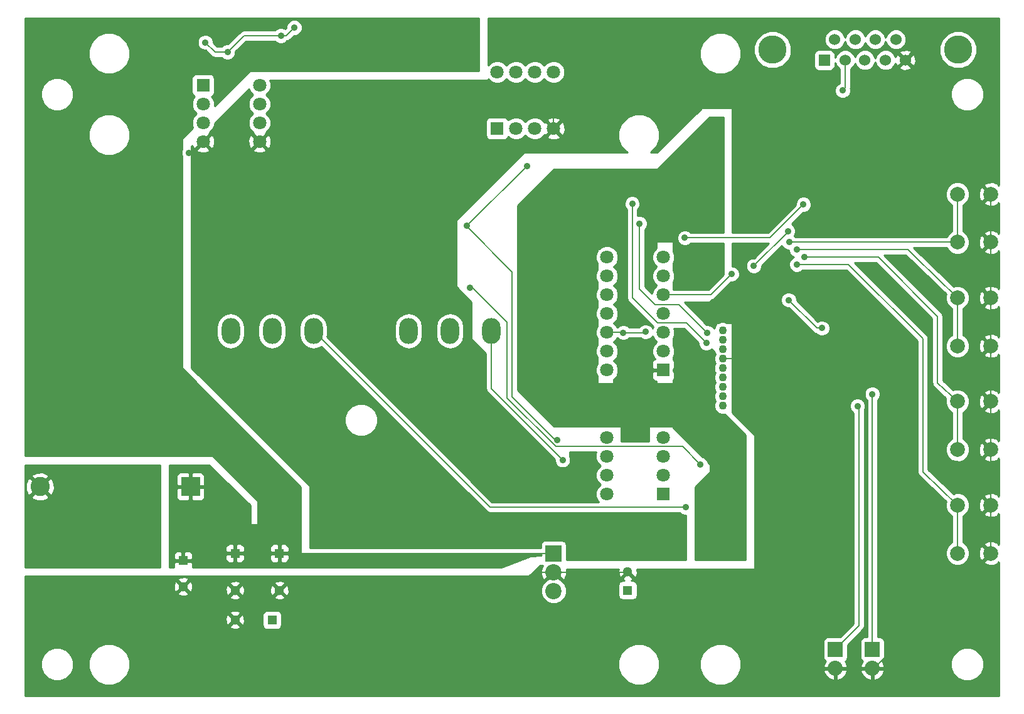
<source format=gbr>
G04 #@! TF.FileFunction,Copper,L2,Bot,Signal*
%FSLAX46Y46*%
G04 Gerber Fmt 4.6, Leading zero omitted, Abs format (unit mm)*
G04 Created by KiCad (PCBNEW 4.0.2-stable) date 2016/10/31 21:02:32*
%MOMM*%
G01*
G04 APERTURE LIST*
%ADD10C,0.100000*%
%ADD11C,3.810000*%
%ADD12R,1.524000X1.524000*%
%ADD13C,1.524000*%
%ADD14C,1.100000*%
%ADD15O,2.499360X3.500120*%
%ADD16R,1.800000X1.800000*%
%ADD17C,1.800000*%
%ADD18C,1.300000*%
%ADD19R,1.300000X1.300000*%
%ADD20R,2.600000X2.600000*%
%ADD21C,2.600000*%
%ADD22R,2.032000X2.032000*%
%ADD23O,2.032000X2.032000*%
%ADD24C,2.000000*%
%ADD25R,2.200000X2.200000*%
%ADD26C,2.200000*%
%ADD27C,0.889000*%
%ADD28C,0.203200*%
%ADD29C,0.254000*%
G04 APERTURE END LIST*
D10*
D11*
X174554000Y-52000000D03*
X199573000Y-52000000D03*
D12*
X181539000Y-53397000D03*
D13*
X184333000Y-53397000D03*
X187000000Y-53397000D03*
X189794000Y-53397000D03*
X192461000Y-53397000D03*
X182936000Y-50603000D03*
X185730000Y-50603000D03*
X188397000Y-50603000D03*
X191191000Y-50603000D03*
D14*
X167800000Y-89920000D03*
X167800000Y-91190000D03*
X167800000Y-92460000D03*
X167800000Y-93730000D03*
X167800000Y-95000000D03*
X167800000Y-96270000D03*
X167800000Y-97540000D03*
X167800000Y-98810000D03*
X167800000Y-100080000D03*
D15*
X107000000Y-90000000D03*
X112588000Y-90000000D03*
X101412000Y-90000000D03*
D16*
X159800000Y-112000000D03*
D17*
X159800000Y-109460000D03*
X159800000Y-106920000D03*
X159800000Y-104380000D03*
X152180000Y-104380000D03*
X152180000Y-106920000D03*
X152180000Y-109460000D03*
X152180000Y-112000000D03*
D16*
X97700000Y-56800000D03*
D17*
X97700000Y-59340000D03*
X97700000Y-61880000D03*
X97700000Y-64420000D03*
X105320000Y-64420000D03*
X105320000Y-61880000D03*
X105320000Y-59340000D03*
X105320000Y-56800000D03*
D16*
X137375000Y-62625000D03*
D17*
X139915000Y-62625000D03*
X142455000Y-62625000D03*
X144995000Y-62625000D03*
X144995000Y-55005000D03*
X142455000Y-55005000D03*
X139915000Y-55005000D03*
X137375000Y-55005000D03*
D16*
X159800000Y-95250000D03*
D17*
X159800000Y-92710000D03*
X159800000Y-90170000D03*
X159800000Y-87630000D03*
X159800000Y-85090000D03*
X159800000Y-82550000D03*
X159800000Y-80010000D03*
X152180000Y-80010000D03*
X152180000Y-82550000D03*
X152180000Y-85090000D03*
X152180000Y-87630000D03*
X152180000Y-90170000D03*
X152180000Y-92710000D03*
X152180000Y-95250000D03*
D18*
X95000000Y-124500000D03*
D19*
X95000000Y-121000000D03*
X102000000Y-120000000D03*
D18*
X102000000Y-125000000D03*
D19*
X155000000Y-125000000D03*
D18*
X155000000Y-122500000D03*
D19*
X108000000Y-120000000D03*
D18*
X108000000Y-125000000D03*
D19*
X107000000Y-129000000D03*
D18*
X102000000Y-129000000D03*
D20*
X96000000Y-111000000D03*
D21*
X75680000Y-111000000D03*
D22*
X188000000Y-133000000D03*
D23*
X188000000Y-135540000D03*
D22*
X183000000Y-133000000D03*
D23*
X183000000Y-135540000D03*
D15*
X131000000Y-90000000D03*
X136588000Y-90000000D03*
X125412000Y-90000000D03*
D24*
X199500000Y-78000000D03*
X204000000Y-78000000D03*
X199500000Y-71500000D03*
X204000000Y-71500000D03*
X199500000Y-92000000D03*
X204000000Y-92000000D03*
X199500000Y-85500000D03*
X204000000Y-85500000D03*
X199500000Y-106000000D03*
X204000000Y-106000000D03*
X199500000Y-99500000D03*
X204000000Y-99500000D03*
X199500000Y-120000000D03*
X204000000Y-120000000D03*
X199500000Y-113500000D03*
X204000000Y-113500000D03*
D25*
X145000000Y-120000000D03*
D26*
X145000000Y-122540000D03*
X145000000Y-125080000D03*
D27*
X102700000Y-52500000D03*
X134000000Y-54000000D03*
X157400000Y-90100000D03*
X177000000Y-101700000D03*
X184100000Y-103900000D03*
X134900000Y-61200000D03*
X146200000Y-63900000D03*
X154400000Y-90200000D03*
X174800000Y-92100000D03*
X178800000Y-92200000D03*
X185800000Y-89500000D03*
X188100000Y-87800000D03*
X190500000Y-84000000D03*
X147000000Y-58000000D03*
X110000000Y-49000000D03*
X98000000Y-51000000D03*
X95800000Y-65900000D03*
X108200000Y-50100000D03*
X101000000Y-52300000D03*
X173000000Y-71600000D03*
X181000000Y-67000000D03*
X187200000Y-56300000D03*
X163000000Y-123200000D03*
X150000000Y-98000000D03*
X166400000Y-76000000D03*
X147600000Y-83800000D03*
X166100000Y-63300000D03*
X169300000Y-117800000D03*
X186000000Y-100100000D03*
X145500000Y-104700000D03*
X133300000Y-75800000D03*
X141400000Y-67700000D03*
X146200000Y-107400000D03*
X162800000Y-113800000D03*
X165600000Y-91600000D03*
X155600000Y-72800000D03*
X165700000Y-90200000D03*
X156600000Y-75500000D03*
X169000000Y-82300000D03*
X176600000Y-76500000D03*
X172000000Y-81200000D03*
X162700000Y-77400000D03*
X178700000Y-72900000D03*
X188000000Y-98500000D03*
X181200000Y-89600000D03*
X176700000Y-85800000D03*
X164800000Y-108000000D03*
X133700000Y-84100000D03*
X184000000Y-57500000D03*
X176800000Y-78000000D03*
X177800000Y-79000000D03*
X178800000Y-80000000D03*
X177800000Y-81000000D03*
D28*
X145000000Y-120000000D02*
X108000000Y-120000000D01*
X204000000Y-78000000D02*
X204000000Y-85500000D01*
X157400000Y-90100000D02*
X157300000Y-90200000D01*
X157300000Y-90200000D02*
X154400000Y-90200000D01*
X167800000Y-93730000D02*
X169330000Y-93730000D01*
X169600000Y-94000000D02*
X169700000Y-94000000D01*
X169330000Y-93730000D02*
X169600000Y-94000000D01*
X152180000Y-90170000D02*
X154370000Y-90170000D01*
X154370000Y-90170000D02*
X154400000Y-90200000D01*
X145000000Y-122540000D02*
X142760000Y-122540000D01*
X142760000Y-122540000D02*
X142700000Y-122600000D01*
X144995000Y-60005000D02*
X144995000Y-62625000D01*
X147000000Y-58000000D02*
X144995000Y-60005000D01*
X108200000Y-50100000D02*
X108900000Y-50100000D01*
X108900000Y-50100000D02*
X110000000Y-49000000D01*
X101000000Y-52300000D02*
X99300000Y-52300000D01*
X99300000Y-52300000D02*
X98000000Y-51000000D01*
X108200000Y-50100000D02*
X103200000Y-50100000D01*
X103200000Y-50100000D02*
X101000000Y-52300000D01*
X188000000Y-135540000D02*
X188260000Y-135540000D01*
X188260000Y-135540000D02*
X204000000Y-120000000D01*
X183000000Y-135540000D02*
X188000000Y-135540000D01*
X175340000Y-135540000D02*
X183000000Y-135540000D01*
X163000000Y-123200000D02*
X175340000Y-135540000D01*
X204000000Y-120000000D02*
X204000000Y-106000000D01*
X204000000Y-106000000D02*
X204000000Y-99500000D01*
X204000000Y-99500000D02*
X204000000Y-92000000D01*
X204000000Y-92000000D02*
X204000000Y-85500000D01*
X204000000Y-78000000D02*
X204000000Y-71500000D01*
X145000000Y-122540000D02*
X154960000Y-122540000D01*
X154960000Y-122540000D02*
X155000000Y-122500000D01*
X160600000Y-70200000D02*
X159200000Y-70200000D01*
X166400000Y-76000000D02*
X160600000Y-70200000D01*
X147600000Y-83800000D02*
X143900000Y-87500000D01*
X143900000Y-87500000D02*
X143900000Y-87600000D01*
X143900000Y-74900000D02*
X144000000Y-74900000D01*
X143900000Y-87600000D02*
X143900000Y-74900000D01*
X148700000Y-70200000D02*
X159200000Y-70200000D01*
X144000000Y-74900000D02*
X148700000Y-70200000D01*
X159200000Y-70200000D02*
X166100000Y-63300000D01*
X169300000Y-117800000D02*
X169200000Y-117700000D01*
X169200000Y-117700000D02*
X169200000Y-106500000D01*
X169200000Y-106500000D02*
X162200000Y-99500000D01*
X162200000Y-99500000D02*
X149400000Y-99500000D01*
X149400000Y-99500000D02*
X143900000Y-94000000D01*
X143900000Y-94000000D02*
X143900000Y-87600000D01*
X145000000Y-125080000D02*
X144920000Y-125080000D01*
X183000000Y-133000000D02*
X186200000Y-129800000D01*
X186200000Y-100300000D02*
X186000000Y-100100000D01*
X186200000Y-129800000D02*
X186200000Y-100300000D01*
X145500000Y-104700000D02*
X145500000Y-104900000D01*
X141400000Y-67700000D02*
X133300000Y-75800000D01*
X139400000Y-82000000D02*
X133200000Y-75800000D01*
X139400000Y-98900000D02*
X139400000Y-82000000D01*
X145200000Y-104700000D02*
X139400000Y-98900000D01*
X146200000Y-107400000D02*
X136588000Y-97788000D01*
X136588000Y-97788000D02*
X136588000Y-90000000D01*
X162800000Y-113800000D02*
X148600000Y-113800000D01*
X148600000Y-113800000D02*
X136400000Y-113800000D01*
X136400000Y-113800000D02*
X112600000Y-90000000D01*
X112600000Y-90000000D02*
X112588000Y-90000000D01*
X155600000Y-74100000D02*
X155600000Y-72800000D01*
X155600000Y-85500000D02*
X155600000Y-74100000D01*
X159000000Y-88900000D02*
X155600000Y-85500000D01*
X162900000Y-88900000D02*
X159000000Y-88900000D01*
X165600000Y-91600000D02*
X162900000Y-88900000D01*
X156600000Y-84300000D02*
X156600000Y-76600000D01*
X158700000Y-86400000D02*
X156600000Y-84300000D01*
X161900000Y-86400000D02*
X158700000Y-86400000D01*
X165700000Y-90200000D02*
X161900000Y-86400000D01*
X156600000Y-76700000D02*
X156600000Y-76600000D01*
X156600000Y-75500000D02*
X156600000Y-76700000D01*
X166210000Y-85090000D02*
X159800000Y-85090000D01*
X169000000Y-82300000D02*
X166210000Y-85090000D01*
X176600000Y-76600000D02*
X176600000Y-76500000D01*
X172000000Y-81200000D02*
X176600000Y-76600000D01*
X174200000Y-77400000D02*
X162700000Y-77400000D01*
X178700000Y-72900000D02*
X174200000Y-77400000D01*
X188000000Y-98500000D02*
X188000000Y-133000000D01*
X180500000Y-89600000D02*
X181200000Y-89600000D01*
X176700000Y-85800000D02*
X180500000Y-89600000D01*
X164800000Y-108000000D02*
X162400000Y-105600000D01*
X162400000Y-105600000D02*
X145300000Y-105600000D01*
X145300000Y-105600000D02*
X138700000Y-99000000D01*
X138700000Y-99000000D02*
X138700000Y-88800000D01*
X138700000Y-88800000D02*
X133800000Y-83900000D01*
X133800000Y-83900000D02*
X133800000Y-84000000D01*
X133800000Y-84000000D02*
X133700000Y-84100000D01*
X184333000Y-57167000D02*
X184333000Y-53397000D01*
X184000000Y-57500000D02*
X184333000Y-57167000D01*
X176800000Y-78000000D02*
X199500000Y-78000000D01*
X199500000Y-78000000D02*
X199500000Y-71500000D01*
X199500000Y-71500000D02*
X199000000Y-72000000D01*
X199500000Y-85500000D02*
X193800000Y-80000000D01*
X193800000Y-80000000D02*
X192800000Y-79000000D01*
X192800000Y-79000000D02*
X189800000Y-79000000D01*
X177800000Y-79000000D02*
X189800000Y-79000000D01*
X199500000Y-85500000D02*
X199500000Y-92000000D01*
X199500000Y-99500000D02*
X196800000Y-97000000D01*
X178800000Y-80000000D02*
X188800000Y-80000000D01*
X196800000Y-88000000D02*
X188800000Y-80000000D01*
X196800000Y-97000000D02*
X196800000Y-88000000D01*
X199500000Y-106000000D02*
X199500000Y-99500000D01*
X194800000Y-91000000D02*
X194800000Y-109000000D01*
X194800000Y-109000000D02*
X199500000Y-113500000D01*
X184800000Y-81000000D02*
X194800000Y-91000000D01*
X177800000Y-81000000D02*
X184800000Y-81000000D01*
X199500000Y-113500000D02*
X199500000Y-120000000D01*
D29*
G36*
X205090000Y-70235980D02*
X205087206Y-70233186D01*
X204972926Y-70347466D01*
X204874264Y-70080613D01*
X204264539Y-69854092D01*
X203614540Y-69878144D01*
X203125736Y-70080613D01*
X203027073Y-70347468D01*
X204000000Y-71320395D01*
X204014143Y-71306253D01*
X204193748Y-71485858D01*
X204179605Y-71500000D01*
X204193748Y-71514143D01*
X204014143Y-71693748D01*
X204000000Y-71679605D01*
X203027073Y-72652532D01*
X203125736Y-72919387D01*
X203735461Y-73145908D01*
X204385460Y-73121856D01*
X204874264Y-72919387D01*
X204972926Y-72652534D01*
X205087206Y-72766814D01*
X205090000Y-72764020D01*
X205090000Y-76735980D01*
X205087206Y-76733186D01*
X204972926Y-76847466D01*
X204874264Y-76580613D01*
X204264539Y-76354092D01*
X203614540Y-76378144D01*
X203125736Y-76580613D01*
X203027073Y-76847468D01*
X204000000Y-77820395D01*
X204014143Y-77806253D01*
X204193748Y-77985858D01*
X204179605Y-78000000D01*
X204193748Y-78014143D01*
X204014143Y-78193748D01*
X204000000Y-78179605D01*
X203027073Y-79152532D01*
X203125736Y-79419387D01*
X203735461Y-79645908D01*
X204385460Y-79621856D01*
X204874264Y-79419387D01*
X204972926Y-79152534D01*
X205087206Y-79266814D01*
X205090000Y-79264020D01*
X205090000Y-84235980D01*
X205087206Y-84233186D01*
X204972926Y-84347466D01*
X204874264Y-84080613D01*
X204264539Y-83854092D01*
X203614540Y-83878144D01*
X203125736Y-84080613D01*
X203027073Y-84347468D01*
X204000000Y-85320395D01*
X204014143Y-85306253D01*
X204193748Y-85485858D01*
X204179605Y-85500000D01*
X204193748Y-85514143D01*
X204014143Y-85693748D01*
X204000000Y-85679605D01*
X203027073Y-86652532D01*
X203125736Y-86919387D01*
X203735461Y-87145908D01*
X204385460Y-87121856D01*
X204874264Y-86919387D01*
X204972926Y-86652534D01*
X205087206Y-86766814D01*
X205090000Y-86764020D01*
X205090000Y-90735980D01*
X205087206Y-90733186D01*
X204972926Y-90847466D01*
X204874264Y-90580613D01*
X204264539Y-90354092D01*
X203614540Y-90378144D01*
X203125736Y-90580613D01*
X203027073Y-90847468D01*
X204000000Y-91820395D01*
X204014143Y-91806253D01*
X204193748Y-91985858D01*
X204179605Y-92000000D01*
X204193748Y-92014143D01*
X204014143Y-92193748D01*
X204000000Y-92179605D01*
X203027073Y-93152532D01*
X203125736Y-93419387D01*
X203735461Y-93645908D01*
X204385460Y-93621856D01*
X204874264Y-93419387D01*
X204972926Y-93152534D01*
X205087206Y-93266814D01*
X205090000Y-93264020D01*
X205090000Y-98235980D01*
X205087206Y-98233186D01*
X204972926Y-98347466D01*
X204874264Y-98080613D01*
X204264539Y-97854092D01*
X203614540Y-97878144D01*
X203125736Y-98080613D01*
X203027073Y-98347468D01*
X204000000Y-99320395D01*
X204014143Y-99306253D01*
X204193748Y-99485858D01*
X204179605Y-99500000D01*
X204193748Y-99514143D01*
X204014143Y-99693748D01*
X204000000Y-99679605D01*
X203027073Y-100652532D01*
X203125736Y-100919387D01*
X203735461Y-101145908D01*
X204385460Y-101121856D01*
X204874264Y-100919387D01*
X204972926Y-100652534D01*
X205087206Y-100766814D01*
X205090000Y-100764020D01*
X205090000Y-104735980D01*
X205087206Y-104733186D01*
X204972926Y-104847466D01*
X204874264Y-104580613D01*
X204264539Y-104354092D01*
X203614540Y-104378144D01*
X203125736Y-104580613D01*
X203027073Y-104847468D01*
X204000000Y-105820395D01*
X204014143Y-105806253D01*
X204193748Y-105985858D01*
X204179605Y-106000000D01*
X204193748Y-106014143D01*
X204014143Y-106193748D01*
X204000000Y-106179605D01*
X203027073Y-107152532D01*
X203125736Y-107419387D01*
X203735461Y-107645908D01*
X204385460Y-107621856D01*
X204874264Y-107419387D01*
X204972926Y-107152534D01*
X205087206Y-107266814D01*
X205090000Y-107264020D01*
X205090000Y-112235980D01*
X205087206Y-112233186D01*
X204972926Y-112347466D01*
X204874264Y-112080613D01*
X204264539Y-111854092D01*
X203614540Y-111878144D01*
X203125736Y-112080613D01*
X203027073Y-112347468D01*
X204000000Y-113320395D01*
X204014143Y-113306253D01*
X204193748Y-113485858D01*
X204179605Y-113500000D01*
X204193748Y-113514143D01*
X204014143Y-113693748D01*
X204000000Y-113679605D01*
X203027073Y-114652532D01*
X203125736Y-114919387D01*
X203735461Y-115145908D01*
X204385460Y-115121856D01*
X204874264Y-114919387D01*
X204972926Y-114652534D01*
X205087206Y-114766814D01*
X205090000Y-114764020D01*
X205090000Y-118735980D01*
X205087206Y-118733186D01*
X204972926Y-118847466D01*
X204874264Y-118580613D01*
X204264539Y-118354092D01*
X203614540Y-118378144D01*
X203125736Y-118580613D01*
X203027073Y-118847468D01*
X204000000Y-119820395D01*
X204014143Y-119806253D01*
X204193748Y-119985858D01*
X204179605Y-120000000D01*
X204193748Y-120014143D01*
X204014143Y-120193748D01*
X204000000Y-120179605D01*
X203027073Y-121152532D01*
X203125736Y-121419387D01*
X203735461Y-121645908D01*
X204385460Y-121621856D01*
X204874264Y-121419387D01*
X204972926Y-121152534D01*
X205087206Y-121266814D01*
X205090000Y-121264020D01*
X205090000Y-139290000D01*
X73710000Y-139290000D01*
X73710000Y-135442619D01*
X75764613Y-135442619D01*
X76104155Y-136264372D01*
X76732321Y-136893636D01*
X77553481Y-137234611D01*
X78442619Y-137235387D01*
X79264372Y-136895845D01*
X79893636Y-136267679D01*
X80191002Y-135551540D01*
X82214518Y-135551540D01*
X82637616Y-136575515D01*
X83420365Y-137359631D01*
X84443599Y-137784515D01*
X85551540Y-137785482D01*
X86575515Y-137362384D01*
X87359631Y-136579635D01*
X87784515Y-135556401D01*
X87784519Y-135551540D01*
X153714518Y-135551540D01*
X154137616Y-136575515D01*
X154920365Y-137359631D01*
X155943599Y-137784515D01*
X157051540Y-137785482D01*
X158075515Y-137362384D01*
X158859631Y-136579635D01*
X159284515Y-135556401D01*
X159284519Y-135551540D01*
X164714518Y-135551540D01*
X165137616Y-136575515D01*
X165920365Y-137359631D01*
X166943599Y-137784515D01*
X168051540Y-137785482D01*
X169075515Y-137362384D01*
X169859631Y-136579635D01*
X170132313Y-135922944D01*
X181394025Y-135922944D01*
X181593615Y-136404818D01*
X182031621Y-136877188D01*
X182617054Y-137145983D01*
X182873000Y-137027367D01*
X182873000Y-135667000D01*
X183127000Y-135667000D01*
X183127000Y-137027367D01*
X183382946Y-137145983D01*
X183968379Y-136877188D01*
X184406385Y-136404818D01*
X184605975Y-135922944D01*
X186394025Y-135922944D01*
X186593615Y-136404818D01*
X187031621Y-136877188D01*
X187617054Y-137145983D01*
X187873000Y-137027367D01*
X187873000Y-135667000D01*
X188127000Y-135667000D01*
X188127000Y-137027367D01*
X188382946Y-137145983D01*
X188968379Y-136877188D01*
X189406385Y-136404818D01*
X189605975Y-135922944D01*
X189486836Y-135667000D01*
X188127000Y-135667000D01*
X187873000Y-135667000D01*
X186513164Y-135667000D01*
X186394025Y-135922944D01*
X184605975Y-135922944D01*
X184486836Y-135667000D01*
X183127000Y-135667000D01*
X182873000Y-135667000D01*
X181513164Y-135667000D01*
X181394025Y-135922944D01*
X170132313Y-135922944D01*
X170284515Y-135556401D01*
X170284614Y-135442619D01*
X198564613Y-135442619D01*
X198904155Y-136264372D01*
X199532321Y-136893636D01*
X200353481Y-137234611D01*
X201242619Y-137235387D01*
X202064372Y-136895845D01*
X202693636Y-136267679D01*
X203034611Y-135446519D01*
X203035387Y-134557381D01*
X202695845Y-133735628D01*
X202067679Y-133106364D01*
X201246519Y-132765389D01*
X200357381Y-132764613D01*
X199535628Y-133104155D01*
X198906364Y-133732321D01*
X198565389Y-134553481D01*
X198564613Y-135442619D01*
X170284614Y-135442619D01*
X170285482Y-134448460D01*
X169862384Y-133424485D01*
X169079635Y-132640369D01*
X168056401Y-132215485D01*
X166948460Y-132214518D01*
X165924485Y-132637616D01*
X165140369Y-133420365D01*
X164715485Y-134443599D01*
X164714518Y-135551540D01*
X159284519Y-135551540D01*
X159285482Y-134448460D01*
X158862384Y-133424485D01*
X158079635Y-132640369D01*
X157056401Y-132215485D01*
X155948460Y-132214518D01*
X154924485Y-132637616D01*
X154140369Y-133420365D01*
X153715485Y-134443599D01*
X153714518Y-135551540D01*
X87784519Y-135551540D01*
X87785482Y-134448460D01*
X87362384Y-133424485D01*
X86579635Y-132640369D01*
X85556401Y-132215485D01*
X84448460Y-132214518D01*
X83424485Y-132637616D01*
X82640369Y-133420365D01*
X82215485Y-134443599D01*
X82214518Y-135551540D01*
X80191002Y-135551540D01*
X80234611Y-135446519D01*
X80235387Y-134557381D01*
X79895845Y-133735628D01*
X79267679Y-133106364D01*
X78446519Y-132765389D01*
X77557381Y-132764613D01*
X76735628Y-133104155D01*
X76106364Y-133732321D01*
X75765389Y-134553481D01*
X75764613Y-135442619D01*
X73710000Y-135442619D01*
X73710000Y-131984000D01*
X181336560Y-131984000D01*
X181336560Y-134016000D01*
X181380838Y-134251317D01*
X181519910Y-134467441D01*
X181682948Y-134578840D01*
X181593615Y-134675182D01*
X181394025Y-135157056D01*
X181513164Y-135413000D01*
X182873000Y-135413000D01*
X182873000Y-135393000D01*
X183127000Y-135393000D01*
X183127000Y-135413000D01*
X184486836Y-135413000D01*
X184605975Y-135157056D01*
X184406385Y-134675182D01*
X184315903Y-134577602D01*
X184467441Y-134480090D01*
X184612431Y-134267890D01*
X184663440Y-134016000D01*
X184663440Y-132378270D01*
X185057710Y-131984000D01*
X186336560Y-131984000D01*
X186336560Y-134016000D01*
X186380838Y-134251317D01*
X186519910Y-134467441D01*
X186682948Y-134578840D01*
X186593615Y-134675182D01*
X186394025Y-135157056D01*
X186513164Y-135413000D01*
X187873000Y-135413000D01*
X187873000Y-135393000D01*
X188127000Y-135393000D01*
X188127000Y-135413000D01*
X189486836Y-135413000D01*
X189605975Y-135157056D01*
X189406385Y-134675182D01*
X189315903Y-134577602D01*
X189467441Y-134480090D01*
X189612431Y-134267890D01*
X189663440Y-134016000D01*
X189663440Y-131984000D01*
X189619162Y-131748683D01*
X189480090Y-131532559D01*
X189267890Y-131387569D01*
X189016000Y-131336560D01*
X188736600Y-131336560D01*
X188736600Y-99289998D01*
X188914622Y-99112286D01*
X189079313Y-98715668D01*
X189079687Y-98286216D01*
X188915689Y-97889311D01*
X188612286Y-97585378D01*
X188215668Y-97420687D01*
X187786216Y-97420313D01*
X187389311Y-97584311D01*
X187085378Y-97887714D01*
X186920687Y-98284332D01*
X186920313Y-98713784D01*
X187084311Y-99110689D01*
X187263400Y-99290091D01*
X187263400Y-131336560D01*
X186984000Y-131336560D01*
X186748683Y-131380838D01*
X186532559Y-131519910D01*
X186387569Y-131732110D01*
X186336560Y-131984000D01*
X185057710Y-131984000D01*
X186720855Y-130320855D01*
X186880530Y-130081885D01*
X186936600Y-129800000D01*
X186936600Y-100659357D01*
X187079313Y-100315668D01*
X187079687Y-99886216D01*
X186915689Y-99489311D01*
X186612286Y-99185378D01*
X186215668Y-99020687D01*
X185786216Y-99020313D01*
X185389311Y-99184311D01*
X185085378Y-99487714D01*
X184920687Y-99884332D01*
X184920313Y-100313784D01*
X185084311Y-100710689D01*
X185387714Y-101014622D01*
X185463400Y-101046050D01*
X185463400Y-129494890D01*
X183621730Y-131336560D01*
X181984000Y-131336560D01*
X181748683Y-131380838D01*
X181532559Y-131519910D01*
X181387569Y-131732110D01*
X181336560Y-131984000D01*
X73710000Y-131984000D01*
X73710000Y-129899016D01*
X101280590Y-129899016D01*
X101336271Y-130129611D01*
X101819078Y-130297622D01*
X102329428Y-130268083D01*
X102663729Y-130129611D01*
X102719410Y-129899016D01*
X102000000Y-129179605D01*
X101280590Y-129899016D01*
X73710000Y-129899016D01*
X73710000Y-128819078D01*
X100702378Y-128819078D01*
X100731917Y-129329428D01*
X100870389Y-129663729D01*
X101100984Y-129719410D01*
X101820395Y-129000000D01*
X102179605Y-129000000D01*
X102899016Y-129719410D01*
X103129611Y-129663729D01*
X103297622Y-129180922D01*
X103268083Y-128670572D01*
X103135298Y-128350000D01*
X105702560Y-128350000D01*
X105702560Y-129650000D01*
X105746838Y-129885317D01*
X105885910Y-130101441D01*
X106098110Y-130246431D01*
X106350000Y-130297440D01*
X107650000Y-130297440D01*
X107885317Y-130253162D01*
X108101441Y-130114090D01*
X108246431Y-129901890D01*
X108297440Y-129650000D01*
X108297440Y-128350000D01*
X108253162Y-128114683D01*
X108114090Y-127898559D01*
X107901890Y-127753569D01*
X107650000Y-127702560D01*
X106350000Y-127702560D01*
X106114683Y-127746838D01*
X105898559Y-127885910D01*
X105753569Y-128098110D01*
X105702560Y-128350000D01*
X103135298Y-128350000D01*
X103129611Y-128336271D01*
X102899016Y-128280590D01*
X102179605Y-129000000D01*
X101820395Y-129000000D01*
X101100984Y-128280590D01*
X100870389Y-128336271D01*
X100702378Y-128819078D01*
X73710000Y-128819078D01*
X73710000Y-128100984D01*
X101280590Y-128100984D01*
X102000000Y-128820395D01*
X102719410Y-128100984D01*
X102663729Y-127870389D01*
X102180922Y-127702378D01*
X101670572Y-127731917D01*
X101336271Y-127870389D01*
X101280590Y-128100984D01*
X73710000Y-128100984D01*
X73710000Y-125899016D01*
X101280590Y-125899016D01*
X101336271Y-126129611D01*
X101819078Y-126297622D01*
X102329428Y-126268083D01*
X102663729Y-126129611D01*
X102719410Y-125899016D01*
X107280590Y-125899016D01*
X107336271Y-126129611D01*
X107819078Y-126297622D01*
X108329428Y-126268083D01*
X108663729Y-126129611D01*
X108719410Y-125899016D01*
X108000000Y-125179605D01*
X107280590Y-125899016D01*
X102719410Y-125899016D01*
X102000000Y-125179605D01*
X101280590Y-125899016D01*
X73710000Y-125899016D01*
X73710000Y-125399016D01*
X94280590Y-125399016D01*
X94336271Y-125629611D01*
X94819078Y-125797622D01*
X95329428Y-125768083D01*
X95663729Y-125629611D01*
X95719410Y-125399016D01*
X95000000Y-124679605D01*
X94280590Y-125399016D01*
X73710000Y-125399016D01*
X73710000Y-124319078D01*
X93702378Y-124319078D01*
X93731917Y-124829428D01*
X93870389Y-125163729D01*
X94100984Y-125219410D01*
X94820395Y-124500000D01*
X95179605Y-124500000D01*
X95899016Y-125219410D01*
X96129611Y-125163729D01*
X96249545Y-124819078D01*
X100702378Y-124819078D01*
X100731917Y-125329428D01*
X100870389Y-125663729D01*
X101100984Y-125719410D01*
X101820395Y-125000000D01*
X102179605Y-125000000D01*
X102899016Y-125719410D01*
X103129611Y-125663729D01*
X103297622Y-125180922D01*
X103276679Y-124819078D01*
X106702378Y-124819078D01*
X106731917Y-125329428D01*
X106870389Y-125663729D01*
X107100984Y-125719410D01*
X107820395Y-125000000D01*
X108179605Y-125000000D01*
X108899016Y-125719410D01*
X109129611Y-125663729D01*
X109213173Y-125423599D01*
X143264699Y-125423599D01*
X143528281Y-126061515D01*
X144015918Y-126550004D01*
X144653373Y-126814699D01*
X145343599Y-126815301D01*
X145981515Y-126551719D01*
X146470004Y-126064082D01*
X146734699Y-125426627D01*
X146735301Y-124736401D01*
X146575644Y-124350000D01*
X153702560Y-124350000D01*
X153702560Y-125650000D01*
X153746838Y-125885317D01*
X153885910Y-126101441D01*
X154098110Y-126246431D01*
X154350000Y-126297440D01*
X155650000Y-126297440D01*
X155885317Y-126253162D01*
X156101441Y-126114090D01*
X156246431Y-125901890D01*
X156297440Y-125650000D01*
X156297440Y-124350000D01*
X156253162Y-124114683D01*
X156114090Y-123898559D01*
X155901890Y-123753569D01*
X155650000Y-123702560D01*
X155487615Y-123702560D01*
X155663729Y-123629611D01*
X155719410Y-123399016D01*
X155000000Y-122679605D01*
X154280590Y-123399016D01*
X154336271Y-123629611D01*
X154545902Y-123702560D01*
X154350000Y-123702560D01*
X154114683Y-123746838D01*
X153898559Y-123885910D01*
X153753569Y-124098110D01*
X153702560Y-124350000D01*
X146575644Y-124350000D01*
X146471719Y-124098485D01*
X145984082Y-123609996D01*
X145823861Y-123543466D01*
X145000000Y-122719605D01*
X144176695Y-123542910D01*
X144018485Y-123608281D01*
X143529996Y-124095918D01*
X143265301Y-124733373D01*
X143264699Y-125423599D01*
X109213173Y-125423599D01*
X109297622Y-125180922D01*
X109268083Y-124670572D01*
X109129611Y-124336271D01*
X108899016Y-124280590D01*
X108179605Y-125000000D01*
X107820395Y-125000000D01*
X107100984Y-124280590D01*
X106870389Y-124336271D01*
X106702378Y-124819078D01*
X103276679Y-124819078D01*
X103268083Y-124670572D01*
X103129611Y-124336271D01*
X102899016Y-124280590D01*
X102179605Y-125000000D01*
X101820395Y-125000000D01*
X101100984Y-124280590D01*
X100870389Y-124336271D01*
X100702378Y-124819078D01*
X96249545Y-124819078D01*
X96297622Y-124680922D01*
X96268083Y-124170572D01*
X96239259Y-124100984D01*
X101280590Y-124100984D01*
X102000000Y-124820395D01*
X102719410Y-124100984D01*
X107280590Y-124100984D01*
X108000000Y-124820395D01*
X108719410Y-124100984D01*
X108663729Y-123870389D01*
X108180922Y-123702378D01*
X107670572Y-123731917D01*
X107336271Y-123870389D01*
X107280590Y-124100984D01*
X102719410Y-124100984D01*
X102663729Y-123870389D01*
X102180922Y-123702378D01*
X101670572Y-123731917D01*
X101336271Y-123870389D01*
X101280590Y-124100984D01*
X96239259Y-124100984D01*
X96129611Y-123836271D01*
X95899016Y-123780590D01*
X95179605Y-124500000D01*
X94820395Y-124500000D01*
X94100984Y-123780590D01*
X93870389Y-123836271D01*
X93702378Y-124319078D01*
X73710000Y-124319078D01*
X73710000Y-123600984D01*
X94280590Y-123600984D01*
X95000000Y-124320395D01*
X95719410Y-123600984D01*
X95663729Y-123370389D01*
X95180922Y-123202378D01*
X94670572Y-123231917D01*
X94336271Y-123370389D01*
X94280590Y-123600984D01*
X73710000Y-123600984D01*
X73710000Y-123127000D01*
X141600000Y-123127000D01*
X141649410Y-123116994D01*
X141689803Y-123089803D01*
X143152606Y-121627000D01*
X143489859Y-121627000D01*
X143254677Y-122251593D01*
X143277164Y-122941453D01*
X143497901Y-123474359D01*
X143775132Y-123585263D01*
X144820395Y-122540000D01*
X144806253Y-122525858D01*
X144985858Y-122346253D01*
X145000000Y-122360395D01*
X145014143Y-122346253D01*
X145193748Y-122525858D01*
X145179605Y-122540000D01*
X146224868Y-123585263D01*
X146502099Y-123474359D01*
X146745323Y-122828407D01*
X146722836Y-122138547D01*
X146718053Y-122127000D01*
X153769219Y-122127000D01*
X153702378Y-122319078D01*
X153731917Y-122829428D01*
X153870389Y-123163729D01*
X154100984Y-123219410D01*
X154820395Y-122500000D01*
X154806252Y-122485858D01*
X154985858Y-122306253D01*
X155000000Y-122320395D01*
X155014143Y-122306253D01*
X155193748Y-122485858D01*
X155179605Y-122500000D01*
X155899016Y-123219410D01*
X156129611Y-123163729D01*
X156297622Y-122680922D01*
X156268083Y-122170572D01*
X156250035Y-122127000D01*
X172000000Y-122127000D01*
X172049410Y-122116994D01*
X172091035Y-122088553D01*
X172118315Y-122046159D01*
X172127000Y-122000000D01*
X172127000Y-104000000D01*
X172116994Y-103950590D01*
X172089803Y-103910197D01*
X169127000Y-100947394D01*
X169127000Y-89000000D01*
X169116994Y-88950590D01*
X169088553Y-88908965D01*
X169046159Y-88881685D01*
X169000000Y-88873000D01*
X168368591Y-88873000D01*
X168036745Y-88735206D01*
X167565323Y-88734794D01*
X167230840Y-88873000D01*
X167000000Y-88873000D01*
X166950590Y-88883006D01*
X166908965Y-88911447D01*
X166881685Y-88953841D01*
X166873000Y-89000000D01*
X166873000Y-89171000D01*
X166795991Y-89247875D01*
X166634904Y-89635816D01*
X166615689Y-89589311D01*
X166312286Y-89285378D01*
X165915668Y-89120687D01*
X165662176Y-89120466D01*
X162668710Y-86127000D01*
X166000000Y-86127000D01*
X166049410Y-86116994D01*
X166089803Y-86089803D01*
X166165822Y-86013784D01*
X175620313Y-86013784D01*
X175784311Y-86410689D01*
X176087714Y-86714622D01*
X176484332Y-86879313D01*
X176737824Y-86879534D01*
X179979145Y-90120855D01*
X180218116Y-90280531D01*
X180387706Y-90314264D01*
X180587714Y-90514622D01*
X180984332Y-90679313D01*
X181413784Y-90679687D01*
X181810689Y-90515689D01*
X182114622Y-90212286D01*
X182279313Y-89815668D01*
X182279687Y-89386216D01*
X182115689Y-88989311D01*
X181812286Y-88685378D01*
X181415668Y-88520687D01*
X180986216Y-88520313D01*
X180615288Y-88673578D01*
X177779468Y-85837758D01*
X177779687Y-85586216D01*
X177615689Y-85189311D01*
X177312286Y-84885378D01*
X176915668Y-84720687D01*
X176486216Y-84720313D01*
X176089311Y-84884311D01*
X175785378Y-85187714D01*
X175620687Y-85584332D01*
X175620313Y-86013784D01*
X166165822Y-86013784D01*
X166388514Y-85791092D01*
X166491885Y-85770530D01*
X166730855Y-85610855D01*
X168962242Y-83379468D01*
X169213784Y-83379687D01*
X169610689Y-83215689D01*
X169914622Y-82912286D01*
X170079313Y-82515668D01*
X170079687Y-82086216D01*
X169915689Y-81689311D01*
X169612286Y-81385378D01*
X169215668Y-81220687D01*
X169127000Y-81220610D01*
X169127000Y-78136600D01*
X174021690Y-78136600D01*
X172037758Y-80120532D01*
X171786216Y-80120313D01*
X171389311Y-80284311D01*
X171085378Y-80587714D01*
X170920687Y-80984332D01*
X170920313Y-81413784D01*
X171084311Y-81810689D01*
X171387714Y-82114622D01*
X171784332Y-82279313D01*
X172213784Y-82279687D01*
X172610689Y-82115689D01*
X172914622Y-81812286D01*
X173079313Y-81415668D01*
X173079534Y-81162176D01*
X175810254Y-78431456D01*
X175884311Y-78610689D01*
X176187714Y-78914622D01*
X176584332Y-79079313D01*
X176720430Y-79079432D01*
X176720313Y-79213784D01*
X176884311Y-79610689D01*
X177187714Y-79914622D01*
X177393342Y-80000007D01*
X177189311Y-80084311D01*
X176885378Y-80387714D01*
X176720687Y-80784332D01*
X176720313Y-81213784D01*
X176884311Y-81610689D01*
X177187714Y-81914622D01*
X177584332Y-82079313D01*
X178013784Y-82079687D01*
X178410689Y-81915689D01*
X178590091Y-81736600D01*
X184494890Y-81736600D01*
X194063400Y-91305110D01*
X194063400Y-109000000D01*
X194064989Y-109007988D01*
X194063574Y-109016009D01*
X194092967Y-109148645D01*
X194119470Y-109281885D01*
X194123995Y-109288657D01*
X194125757Y-109296609D01*
X194203674Y-109407904D01*
X194279145Y-109520855D01*
X194285917Y-109525380D01*
X194290588Y-109532052D01*
X197930268Y-113016852D01*
X197865284Y-113173352D01*
X197864716Y-113823795D01*
X198113106Y-114424943D01*
X198572637Y-114885278D01*
X198763400Y-114964490D01*
X198763400Y-118535284D01*
X198575057Y-118613106D01*
X198114722Y-119072637D01*
X197865284Y-119673352D01*
X197864716Y-120323795D01*
X198113106Y-120924943D01*
X198572637Y-121385278D01*
X199173352Y-121634716D01*
X199823795Y-121635284D01*
X200424943Y-121386894D01*
X200885278Y-120927363D01*
X201134716Y-120326648D01*
X201135232Y-119735461D01*
X202354092Y-119735461D01*
X202378144Y-120385460D01*
X202580613Y-120874264D01*
X202847468Y-120972927D01*
X203820395Y-120000000D01*
X202847468Y-119027073D01*
X202580613Y-119125736D01*
X202354092Y-119735461D01*
X201135232Y-119735461D01*
X201135284Y-119676205D01*
X200886894Y-119075057D01*
X200427363Y-118614722D01*
X200236600Y-118535510D01*
X200236600Y-114964716D01*
X200424943Y-114886894D01*
X200885278Y-114427363D01*
X201134716Y-113826648D01*
X201135232Y-113235461D01*
X202354092Y-113235461D01*
X202378144Y-113885460D01*
X202580613Y-114374264D01*
X202847468Y-114472927D01*
X203820395Y-113500000D01*
X202847468Y-112527073D01*
X202580613Y-112625736D01*
X202354092Y-113235461D01*
X201135232Y-113235461D01*
X201135284Y-113176205D01*
X200886894Y-112575057D01*
X200427363Y-112114722D01*
X199826648Y-111865284D01*
X199176205Y-111864716D01*
X198953330Y-111956806D01*
X195536600Y-108685468D01*
X195536600Y-91000000D01*
X195480530Y-90718115D01*
X195320855Y-90479145D01*
X185578310Y-80736600D01*
X188494890Y-80736600D01*
X196063400Y-88305110D01*
X196063400Y-97000000D01*
X196066206Y-97014106D01*
X196063944Y-97028310D01*
X196094146Y-97154570D01*
X196119470Y-97281885D01*
X196127460Y-97293843D01*
X196130806Y-97307831D01*
X196207023Y-97412916D01*
X196279145Y-97520855D01*
X196291104Y-97528846D01*
X196299548Y-97540488D01*
X197920202Y-99041094D01*
X197865284Y-99173352D01*
X197864716Y-99823795D01*
X198113106Y-100424943D01*
X198572637Y-100885278D01*
X198763400Y-100964490D01*
X198763400Y-104535284D01*
X198575057Y-104613106D01*
X198114722Y-105072637D01*
X197865284Y-105673352D01*
X197864716Y-106323795D01*
X198113106Y-106924943D01*
X198572637Y-107385278D01*
X199173352Y-107634716D01*
X199823795Y-107635284D01*
X200424943Y-107386894D01*
X200885278Y-106927363D01*
X201134716Y-106326648D01*
X201135232Y-105735461D01*
X202354092Y-105735461D01*
X202378144Y-106385460D01*
X202580613Y-106874264D01*
X202847468Y-106972927D01*
X203820395Y-106000000D01*
X202847468Y-105027073D01*
X202580613Y-105125736D01*
X202354092Y-105735461D01*
X201135232Y-105735461D01*
X201135284Y-105676205D01*
X200886894Y-105075057D01*
X200427363Y-104614722D01*
X200236600Y-104535510D01*
X200236600Y-100964716D01*
X200424943Y-100886894D01*
X200885278Y-100427363D01*
X201134716Y-99826648D01*
X201135232Y-99235461D01*
X202354092Y-99235461D01*
X202378144Y-99885460D01*
X202580613Y-100374264D01*
X202847468Y-100472927D01*
X203820395Y-99500000D01*
X202847468Y-98527073D01*
X202580613Y-98625736D01*
X202354092Y-99235461D01*
X201135232Y-99235461D01*
X201135284Y-99176205D01*
X200886894Y-98575057D01*
X200427363Y-98114722D01*
X199826648Y-97865284D01*
X199176205Y-97864716D01*
X198928576Y-97967034D01*
X197536600Y-96678168D01*
X197536600Y-88000000D01*
X197480530Y-87718115D01*
X197320855Y-87479145D01*
X189578310Y-79736600D01*
X192494890Y-79736600D01*
X193279145Y-80520855D01*
X193284712Y-80524575D01*
X193288528Y-80530071D01*
X197932613Y-85011206D01*
X197865284Y-85173352D01*
X197864716Y-85823795D01*
X198113106Y-86424943D01*
X198572637Y-86885278D01*
X198763400Y-86964490D01*
X198763400Y-90535284D01*
X198575057Y-90613106D01*
X198114722Y-91072637D01*
X197865284Y-91673352D01*
X197864716Y-92323795D01*
X198113106Y-92924943D01*
X198572637Y-93385278D01*
X199173352Y-93634716D01*
X199823795Y-93635284D01*
X200424943Y-93386894D01*
X200885278Y-92927363D01*
X201134716Y-92326648D01*
X201135232Y-91735461D01*
X202354092Y-91735461D01*
X202378144Y-92385460D01*
X202580613Y-92874264D01*
X202847468Y-92972927D01*
X203820395Y-92000000D01*
X202847468Y-91027073D01*
X202580613Y-91125736D01*
X202354092Y-91735461D01*
X201135232Y-91735461D01*
X201135284Y-91676205D01*
X200886894Y-91075057D01*
X200427363Y-90614722D01*
X200236600Y-90535510D01*
X200236600Y-86964716D01*
X200424943Y-86886894D01*
X200885278Y-86427363D01*
X201134716Y-85826648D01*
X201135232Y-85235461D01*
X202354092Y-85235461D01*
X202378144Y-85885460D01*
X202580613Y-86374264D01*
X202847468Y-86472927D01*
X203820395Y-85500000D01*
X202847468Y-84527073D01*
X202580613Y-84625736D01*
X202354092Y-85235461D01*
X201135232Y-85235461D01*
X201135284Y-85176205D01*
X200886894Y-84575057D01*
X200427363Y-84114722D01*
X199826648Y-83865284D01*
X199176205Y-83864716D01*
X198959057Y-83954440D01*
X194316231Y-79474521D01*
X193578310Y-78736600D01*
X198035284Y-78736600D01*
X198113106Y-78924943D01*
X198572637Y-79385278D01*
X199173352Y-79634716D01*
X199823795Y-79635284D01*
X200424943Y-79386894D01*
X200885278Y-78927363D01*
X201134716Y-78326648D01*
X201135232Y-77735461D01*
X202354092Y-77735461D01*
X202378144Y-78385460D01*
X202580613Y-78874264D01*
X202847468Y-78972927D01*
X203820395Y-78000000D01*
X202847468Y-77027073D01*
X202580613Y-77125736D01*
X202354092Y-77735461D01*
X201135232Y-77735461D01*
X201135284Y-77676205D01*
X200886894Y-77075057D01*
X200427363Y-76614722D01*
X200236600Y-76535510D01*
X200236600Y-72964716D01*
X200424943Y-72886894D01*
X200885278Y-72427363D01*
X201134716Y-71826648D01*
X201135232Y-71235461D01*
X202354092Y-71235461D01*
X202378144Y-71885460D01*
X202580613Y-72374264D01*
X202847468Y-72472927D01*
X203820395Y-71500000D01*
X202847468Y-70527073D01*
X202580613Y-70625736D01*
X202354092Y-71235461D01*
X201135232Y-71235461D01*
X201135284Y-71176205D01*
X200886894Y-70575057D01*
X200427363Y-70114722D01*
X199826648Y-69865284D01*
X199176205Y-69864716D01*
X198575057Y-70113106D01*
X198114722Y-70572637D01*
X197865284Y-71173352D01*
X197864716Y-71823795D01*
X198113106Y-72424943D01*
X198572637Y-72885278D01*
X198763400Y-72964490D01*
X198763400Y-76535284D01*
X198575057Y-76613106D01*
X198114722Y-77072637D01*
X198035510Y-77263400D01*
X177589998Y-77263400D01*
X177476819Y-77150023D01*
X177514622Y-77112286D01*
X177679313Y-76715668D01*
X177679687Y-76286216D01*
X177515689Y-75889311D01*
X177212286Y-75585378D01*
X177102090Y-75539620D01*
X178662242Y-73979468D01*
X178913784Y-73979687D01*
X179310689Y-73815689D01*
X179614622Y-73512286D01*
X179779313Y-73115668D01*
X179779687Y-72686216D01*
X179615689Y-72289311D01*
X179312286Y-71985378D01*
X178915668Y-71820687D01*
X178486216Y-71820313D01*
X178089311Y-71984311D01*
X177785378Y-72287714D01*
X177620687Y-72684332D01*
X177620466Y-72937824D01*
X173894890Y-76663400D01*
X169127000Y-76663400D01*
X169127000Y-60000000D01*
X169116994Y-59950590D01*
X169088553Y-59908965D01*
X169046159Y-59881685D01*
X169000000Y-59873000D01*
X165000000Y-59873000D01*
X164950590Y-59883006D01*
X164910197Y-59910197D01*
X158947394Y-65873000D01*
X158049822Y-65873000D01*
X158075515Y-65862384D01*
X158859631Y-65079635D01*
X159284515Y-64056401D01*
X159285482Y-62948460D01*
X158862384Y-61924485D01*
X158079635Y-61140369D01*
X157056401Y-60715485D01*
X155948460Y-60714518D01*
X154924485Y-61137616D01*
X154140369Y-61920365D01*
X153715485Y-62943599D01*
X153714518Y-64051540D01*
X154137616Y-65075515D01*
X154920365Y-65859631D01*
X154952561Y-65873000D01*
X141000000Y-65873000D01*
X140950590Y-65883006D01*
X140910197Y-65910197D01*
X131910197Y-74910197D01*
X131882334Y-74952211D01*
X131873000Y-75000000D01*
X131873000Y-84000000D01*
X131883006Y-84049410D01*
X131910197Y-84089803D01*
X133873000Y-86052606D01*
X133873000Y-91000000D01*
X133883006Y-91049410D01*
X133910197Y-91089803D01*
X135851400Y-93031006D01*
X135851400Y-97788000D01*
X135873000Y-97896591D01*
X135873000Y-98000000D01*
X135883006Y-98049410D01*
X135910197Y-98089803D01*
X135942087Y-98121693D01*
X136067145Y-98308855D01*
X145120532Y-107362242D01*
X145120313Y-107613784D01*
X145284311Y-108010689D01*
X145587714Y-108314622D01*
X145984332Y-108479313D01*
X146413784Y-108479687D01*
X146810689Y-108315689D01*
X146999708Y-108127000D01*
X147000000Y-108127000D01*
X147049410Y-108116994D01*
X147091035Y-108088553D01*
X147118315Y-108046159D01*
X147127000Y-108000000D01*
X147127000Y-107982477D01*
X147279313Y-107615668D01*
X147279687Y-107186216D01*
X147127000Y-106816686D01*
X147127000Y-106336600D01*
X150760175Y-106336600D01*
X150645267Y-106613330D01*
X150644735Y-107223991D01*
X150877932Y-107788371D01*
X151279182Y-108190323D01*
X150879449Y-108589357D01*
X150645267Y-109153330D01*
X150644735Y-109763991D01*
X150877932Y-110328371D01*
X151279182Y-110730323D01*
X150879449Y-111129357D01*
X150645267Y-111693330D01*
X150644735Y-112303991D01*
X150877932Y-112868371D01*
X151072620Y-113063400D01*
X136705110Y-113063400D01*
X114425584Y-90783874D01*
X114472680Y-90547106D01*
X114472680Y-89452894D01*
X123527320Y-89452894D01*
X123527320Y-90547106D01*
X123670783Y-91268342D01*
X124079330Y-91879776D01*
X124690764Y-92288323D01*
X125412000Y-92431786D01*
X126133236Y-92288323D01*
X126744670Y-91879776D01*
X127153217Y-91268342D01*
X127296680Y-90547106D01*
X127296680Y-89452894D01*
X129115320Y-89452894D01*
X129115320Y-90547106D01*
X129258783Y-91268342D01*
X129667330Y-91879776D01*
X130278764Y-92288323D01*
X131000000Y-92431786D01*
X131721236Y-92288323D01*
X132332670Y-91879776D01*
X132741217Y-91268342D01*
X132884680Y-90547106D01*
X132884680Y-89452894D01*
X132741217Y-88731658D01*
X132332670Y-88120224D01*
X131721236Y-87711677D01*
X131000000Y-87568214D01*
X130278764Y-87711677D01*
X129667330Y-88120224D01*
X129258783Y-88731658D01*
X129115320Y-89452894D01*
X127296680Y-89452894D01*
X127153217Y-88731658D01*
X126744670Y-88120224D01*
X126133236Y-87711677D01*
X125412000Y-87568214D01*
X124690764Y-87711677D01*
X124079330Y-88120224D01*
X123670783Y-88731658D01*
X123527320Y-89452894D01*
X114472680Y-89452894D01*
X114329217Y-88731658D01*
X113920670Y-88120224D01*
X113309236Y-87711677D01*
X112588000Y-87568214D01*
X111866764Y-87711677D01*
X111255330Y-88120224D01*
X110846783Y-88731658D01*
X110703320Y-89452894D01*
X110703320Y-90547106D01*
X110846783Y-91268342D01*
X111255330Y-91879776D01*
X111866764Y-92288323D01*
X112588000Y-92431786D01*
X113309236Y-92288323D01*
X113631370Y-92073080D01*
X135879145Y-114320855D01*
X136118115Y-114480530D01*
X136400000Y-114536600D01*
X162010002Y-114536600D01*
X162187714Y-114714622D01*
X162584332Y-114879313D01*
X162873000Y-114879564D01*
X162873000Y-120873000D01*
X146747440Y-120873000D01*
X146747440Y-118900000D01*
X146703162Y-118664683D01*
X146564090Y-118448559D01*
X146351890Y-118303569D01*
X146100000Y-118252560D01*
X143900000Y-118252560D01*
X143664683Y-118296838D01*
X143448559Y-118435910D01*
X143303569Y-118648110D01*
X143252560Y-118900000D01*
X143252560Y-119263400D01*
X112127000Y-119263400D01*
X112127000Y-111000000D01*
X112116994Y-110950590D01*
X112089803Y-110910197D01*
X103622225Y-102442619D01*
X116764613Y-102442619D01*
X117104155Y-103264372D01*
X117732321Y-103893636D01*
X118553481Y-104234611D01*
X119442619Y-104235387D01*
X120264372Y-103895845D01*
X120893636Y-103267679D01*
X121234611Y-102446519D01*
X121235387Y-101557381D01*
X120895845Y-100735628D01*
X120267679Y-100106364D01*
X119446519Y-99765389D01*
X118557381Y-99764613D01*
X117735628Y-100104155D01*
X117106364Y-100732321D01*
X116765389Y-101553481D01*
X116764613Y-102442619D01*
X103622225Y-102442619D01*
X96127000Y-94947394D01*
X96127000Y-89452894D01*
X99527320Y-89452894D01*
X99527320Y-90547106D01*
X99670783Y-91268342D01*
X100079330Y-91879776D01*
X100690764Y-92288323D01*
X101412000Y-92431786D01*
X102133236Y-92288323D01*
X102744670Y-91879776D01*
X103153217Y-91268342D01*
X103296680Y-90547106D01*
X103296680Y-89452894D01*
X105115320Y-89452894D01*
X105115320Y-90547106D01*
X105258783Y-91268342D01*
X105667330Y-91879776D01*
X106278764Y-92288323D01*
X107000000Y-92431786D01*
X107721236Y-92288323D01*
X108332670Y-91879776D01*
X108741217Y-91268342D01*
X108884680Y-90547106D01*
X108884680Y-89452894D01*
X108741217Y-88731658D01*
X108332670Y-88120224D01*
X107721236Y-87711677D01*
X107000000Y-87568214D01*
X106278764Y-87711677D01*
X105667330Y-88120224D01*
X105258783Y-88731658D01*
X105115320Y-89452894D01*
X103296680Y-89452894D01*
X103153217Y-88731658D01*
X102744670Y-88120224D01*
X102133236Y-87711677D01*
X101412000Y-87568214D01*
X100690764Y-87711677D01*
X100079330Y-88120224D01*
X99670783Y-88731658D01*
X99527320Y-89452894D01*
X96127000Y-89452894D01*
X96127000Y-65500159D01*
X96799446Y-65500159D01*
X96885852Y-65756643D01*
X97459336Y-65966458D01*
X98069460Y-65940839D01*
X98514148Y-65756643D01*
X98600554Y-65500159D01*
X104419446Y-65500159D01*
X104505852Y-65756643D01*
X105079336Y-65966458D01*
X105689460Y-65940839D01*
X106134148Y-65756643D01*
X106220554Y-65500159D01*
X105320000Y-64599605D01*
X104419446Y-65500159D01*
X98600554Y-65500159D01*
X97700000Y-64599605D01*
X96799446Y-65500159D01*
X96127000Y-65500159D01*
X96127000Y-65052606D01*
X96240957Y-64938649D01*
X96363357Y-65234148D01*
X96619841Y-65320554D01*
X97520395Y-64420000D01*
X97879605Y-64420000D01*
X98780159Y-65320554D01*
X99036643Y-65234148D01*
X99246458Y-64660664D01*
X99226248Y-64179336D01*
X103773542Y-64179336D01*
X103799161Y-64789460D01*
X103983357Y-65234148D01*
X104239841Y-65320554D01*
X105140395Y-64420000D01*
X105499605Y-64420000D01*
X106400159Y-65320554D01*
X106656643Y-65234148D01*
X106866458Y-64660664D01*
X106840839Y-64050540D01*
X106656643Y-63605852D01*
X106400159Y-63519446D01*
X105499605Y-64420000D01*
X105140395Y-64420000D01*
X104239841Y-63519446D01*
X103983357Y-63605852D01*
X103773542Y-64179336D01*
X99226248Y-64179336D01*
X99220839Y-64050540D01*
X99036643Y-63605852D01*
X98780159Y-63519446D01*
X97879605Y-64420000D01*
X97520395Y-64420000D01*
X97506253Y-64405858D01*
X97685858Y-64226253D01*
X97700000Y-64240395D01*
X98600554Y-63339841D01*
X98549965Y-63189673D01*
X98568371Y-63182068D01*
X99000551Y-62750643D01*
X99234733Y-62186670D01*
X99234944Y-61944662D01*
X103869783Y-57309823D01*
X104017932Y-57668371D01*
X104419182Y-58070323D01*
X104019449Y-58469357D01*
X103785267Y-59033330D01*
X103784735Y-59643991D01*
X104017932Y-60208371D01*
X104419182Y-60610323D01*
X104019449Y-61009357D01*
X103785267Y-61573330D01*
X103784735Y-62183991D01*
X104017932Y-62748371D01*
X104449357Y-63180551D01*
X104470194Y-63189203D01*
X104419446Y-63339841D01*
X105320000Y-64240395D01*
X106220554Y-63339841D01*
X106169965Y-63189673D01*
X106188371Y-63182068D01*
X106620551Y-62750643D01*
X106854733Y-62186670D01*
X106855135Y-61725000D01*
X135827560Y-61725000D01*
X135827560Y-63525000D01*
X135871838Y-63760317D01*
X136010910Y-63976441D01*
X136223110Y-64121431D01*
X136475000Y-64172440D01*
X138275000Y-64172440D01*
X138510317Y-64128162D01*
X138726441Y-63989090D01*
X138871431Y-63776890D01*
X138875567Y-63756466D01*
X139044357Y-63925551D01*
X139608330Y-64159733D01*
X140218991Y-64160265D01*
X140783371Y-63927068D01*
X141185323Y-63525818D01*
X141584357Y-63925551D01*
X142148330Y-64159733D01*
X142758991Y-64160265D01*
X143323371Y-63927068D01*
X143545668Y-63705159D01*
X144094446Y-63705159D01*
X144180852Y-63961643D01*
X144754336Y-64171458D01*
X145364460Y-64145839D01*
X145809148Y-63961643D01*
X145895554Y-63705159D01*
X144995000Y-62804605D01*
X144094446Y-63705159D01*
X143545668Y-63705159D01*
X143755551Y-63495643D01*
X143764203Y-63474806D01*
X143914841Y-63525554D01*
X144815395Y-62625000D01*
X145174605Y-62625000D01*
X146075159Y-63525554D01*
X146331643Y-63439148D01*
X146541458Y-62865664D01*
X146515839Y-62255540D01*
X146331643Y-61810852D01*
X146075159Y-61724446D01*
X145174605Y-62625000D01*
X144815395Y-62625000D01*
X143914841Y-61724446D01*
X143764673Y-61775035D01*
X143757068Y-61756629D01*
X143545650Y-61544841D01*
X144094446Y-61544841D01*
X144995000Y-62445395D01*
X145895554Y-61544841D01*
X145809148Y-61288357D01*
X145235664Y-61078542D01*
X144625540Y-61104161D01*
X144180852Y-61288357D01*
X144094446Y-61544841D01*
X143545650Y-61544841D01*
X143325643Y-61324449D01*
X142761670Y-61090267D01*
X142151009Y-61089735D01*
X141586629Y-61322932D01*
X141184677Y-61724182D01*
X140785643Y-61324449D01*
X140221670Y-61090267D01*
X139611009Y-61089735D01*
X139046629Y-61322932D01*
X138878387Y-61490880D01*
X138878162Y-61489683D01*
X138739090Y-61273559D01*
X138526890Y-61128569D01*
X138275000Y-61077560D01*
X136475000Y-61077560D01*
X136239683Y-61121838D01*
X136023559Y-61260910D01*
X135878569Y-61473110D01*
X135827560Y-61725000D01*
X106855135Y-61725000D01*
X106855265Y-61576009D01*
X106622068Y-61011629D01*
X106220818Y-60609677D01*
X106620551Y-60210643D01*
X106854733Y-59646670D01*
X106855265Y-59036009D01*
X106622068Y-58471629D01*
X106220818Y-58069677D01*
X106620551Y-57670643D01*
X106854733Y-57106670D01*
X106855265Y-56496009D01*
X106702794Y-56127000D01*
X136000000Y-56127000D01*
X136049410Y-56116994D01*
X136091035Y-56088553D01*
X136118315Y-56046159D01*
X136127000Y-56000000D01*
X136127000Y-55927534D01*
X136504357Y-56305551D01*
X137068330Y-56539733D01*
X137678991Y-56540265D01*
X138243371Y-56307068D01*
X138645323Y-55905818D01*
X139044357Y-56305551D01*
X139608330Y-56539733D01*
X140218991Y-56540265D01*
X140783371Y-56307068D01*
X141185323Y-55905818D01*
X141584357Y-56305551D01*
X142148330Y-56539733D01*
X142758991Y-56540265D01*
X143323371Y-56307068D01*
X143725323Y-55905818D01*
X144124357Y-56305551D01*
X144688330Y-56539733D01*
X145298991Y-56540265D01*
X145863371Y-56307068D01*
X146295551Y-55875643D01*
X146529733Y-55311670D01*
X146530265Y-54701009D01*
X146297068Y-54136629D01*
X145865643Y-53704449D01*
X145301670Y-53470267D01*
X144691009Y-53469735D01*
X144126629Y-53702932D01*
X143724677Y-54104182D01*
X143325643Y-53704449D01*
X142761670Y-53470267D01*
X142151009Y-53469735D01*
X141586629Y-53702932D01*
X141184677Y-54104182D01*
X140785643Y-53704449D01*
X140221670Y-53470267D01*
X139611009Y-53469735D01*
X139046629Y-53702932D01*
X138644677Y-54104182D01*
X138245643Y-53704449D01*
X137681670Y-53470267D01*
X137071009Y-53469735D01*
X136506629Y-53702932D01*
X136127000Y-54081898D01*
X136127000Y-53051540D01*
X164714518Y-53051540D01*
X165137616Y-54075515D01*
X165920365Y-54859631D01*
X166943599Y-55284515D01*
X168051540Y-55285482D01*
X169075515Y-54862384D01*
X169859631Y-54079635D01*
X170284515Y-53056401D01*
X170284997Y-52503021D01*
X172013560Y-52503021D01*
X172399437Y-53436915D01*
X173113327Y-54152052D01*
X174046546Y-54539559D01*
X175057021Y-54540440D01*
X175990915Y-54154563D01*
X176706052Y-53440673D01*
X177040597Y-52635000D01*
X180129560Y-52635000D01*
X180129560Y-54159000D01*
X180173838Y-54394317D01*
X180312910Y-54610441D01*
X180525110Y-54755431D01*
X180777000Y-54806440D01*
X182301000Y-54806440D01*
X182536317Y-54762162D01*
X182752441Y-54623090D01*
X182897431Y-54410890D01*
X182948440Y-54159000D01*
X182948440Y-53704354D01*
X183147990Y-54187303D01*
X183540630Y-54580629D01*
X183596400Y-54603787D01*
X183596400Y-56498743D01*
X183389311Y-56584311D01*
X183085378Y-56887714D01*
X182920687Y-57284332D01*
X182920313Y-57713784D01*
X183084311Y-58110689D01*
X183387714Y-58414622D01*
X183784332Y-58579313D01*
X184213784Y-58579687D01*
X184545513Y-58442619D01*
X198564613Y-58442619D01*
X198904155Y-59264372D01*
X199532321Y-59893636D01*
X200353481Y-60234611D01*
X201242619Y-60235387D01*
X202064372Y-59895845D01*
X202693636Y-59267679D01*
X203034611Y-58446519D01*
X203035387Y-57557381D01*
X202695845Y-56735628D01*
X202067679Y-56106364D01*
X201246519Y-55765389D01*
X200357381Y-55764613D01*
X199535628Y-56104155D01*
X198906364Y-56732321D01*
X198565389Y-57553481D01*
X198564613Y-58442619D01*
X184545513Y-58442619D01*
X184610689Y-58415689D01*
X184914622Y-58112286D01*
X185079313Y-57715668D01*
X185079687Y-57286216D01*
X185056871Y-57230996D01*
X185069600Y-57167000D01*
X185069600Y-54604200D01*
X185123303Y-54582010D01*
X185516629Y-54189370D01*
X185666606Y-53828185D01*
X185814990Y-54187303D01*
X186207630Y-54580629D01*
X186720900Y-54793757D01*
X187276661Y-54794242D01*
X187790303Y-54582010D01*
X188183629Y-54189370D01*
X188396757Y-53676100D01*
X188396759Y-53673664D01*
X188608990Y-54187303D01*
X189001630Y-54580629D01*
X189514900Y-54793757D01*
X190070661Y-54794242D01*
X190584303Y-54582010D01*
X190789457Y-54377213D01*
X191660392Y-54377213D01*
X191729857Y-54619397D01*
X192253302Y-54806144D01*
X192808368Y-54778362D01*
X193192143Y-54619397D01*
X193261608Y-54377213D01*
X192461000Y-53576605D01*
X191660392Y-54377213D01*
X190789457Y-54377213D01*
X190977629Y-54189370D01*
X191120973Y-53844159D01*
X191238603Y-54128143D01*
X191480787Y-54197608D01*
X192281395Y-53397000D01*
X192640605Y-53397000D01*
X193441213Y-54197608D01*
X193683397Y-54128143D01*
X193870144Y-53604698D01*
X193842362Y-53049632D01*
X193683397Y-52665857D01*
X193441213Y-52596392D01*
X192640605Y-53397000D01*
X192281395Y-53397000D01*
X191480787Y-52596392D01*
X191238603Y-52665857D01*
X191129645Y-52971262D01*
X190979010Y-52606697D01*
X190789432Y-52416787D01*
X191660392Y-52416787D01*
X192461000Y-53217395D01*
X193175374Y-52503021D01*
X197032560Y-52503021D01*
X197418437Y-53436915D01*
X198132327Y-54152052D01*
X199065546Y-54539559D01*
X200076021Y-54540440D01*
X201009915Y-54154563D01*
X201725052Y-53440673D01*
X202112559Y-52507454D01*
X202113440Y-51496979D01*
X201727563Y-50563085D01*
X201013673Y-49847948D01*
X200080454Y-49460441D01*
X199069979Y-49459560D01*
X198136085Y-49845437D01*
X197420948Y-50559327D01*
X197033441Y-51492546D01*
X197032560Y-52503021D01*
X193175374Y-52503021D01*
X193261608Y-52416787D01*
X193192143Y-52174603D01*
X192668698Y-51987856D01*
X192113632Y-52015638D01*
X191729857Y-52174603D01*
X191660392Y-52416787D01*
X190789432Y-52416787D01*
X190586370Y-52213371D01*
X190073100Y-52000243D01*
X189517339Y-51999758D01*
X189003697Y-52211990D01*
X188610371Y-52604630D01*
X188397243Y-53117900D01*
X188397241Y-53120336D01*
X188185010Y-52606697D01*
X187792370Y-52213371D01*
X187279100Y-52000243D01*
X186723339Y-51999758D01*
X186209697Y-52211990D01*
X185816371Y-52604630D01*
X185666394Y-52965815D01*
X185518010Y-52606697D01*
X185125370Y-52213371D01*
X184612100Y-52000243D01*
X184056339Y-51999758D01*
X183542697Y-52211990D01*
X183149371Y-52604630D01*
X182948440Y-53088526D01*
X182948440Y-52635000D01*
X182904162Y-52399683D01*
X182765090Y-52183559D01*
X182552890Y-52038569D01*
X182301000Y-51987560D01*
X180777000Y-51987560D01*
X180541683Y-52031838D01*
X180325559Y-52170910D01*
X180180569Y-52383110D01*
X180129560Y-52635000D01*
X177040597Y-52635000D01*
X177093559Y-52507454D01*
X177094440Y-51496979D01*
X176839370Y-50879661D01*
X181538758Y-50879661D01*
X181750990Y-51393303D01*
X182143630Y-51786629D01*
X182656900Y-51999757D01*
X183212661Y-52000242D01*
X183726303Y-51788010D01*
X184119629Y-51395370D01*
X184332757Y-50882100D01*
X184332759Y-50879664D01*
X184544990Y-51393303D01*
X184937630Y-51786629D01*
X185450900Y-51999757D01*
X186006661Y-52000242D01*
X186520303Y-51788010D01*
X186913629Y-51395370D01*
X187063606Y-51034185D01*
X187211990Y-51393303D01*
X187604630Y-51786629D01*
X188117900Y-51999757D01*
X188673661Y-52000242D01*
X189187303Y-51788010D01*
X189580629Y-51395370D01*
X189793757Y-50882100D01*
X189793759Y-50879664D01*
X190005990Y-51393303D01*
X190398630Y-51786629D01*
X190911900Y-51999757D01*
X191467661Y-52000242D01*
X191981303Y-51788010D01*
X192374629Y-51395370D01*
X192587757Y-50882100D01*
X192588242Y-50326339D01*
X192376010Y-49812697D01*
X191983370Y-49419371D01*
X191470100Y-49206243D01*
X190914339Y-49205758D01*
X190400697Y-49417990D01*
X190007371Y-49810630D01*
X189794243Y-50323900D01*
X189794241Y-50326336D01*
X189582010Y-49812697D01*
X189189370Y-49419371D01*
X188676100Y-49206243D01*
X188120339Y-49205758D01*
X187606697Y-49417990D01*
X187213371Y-49810630D01*
X187063394Y-50171815D01*
X186915010Y-49812697D01*
X186522370Y-49419371D01*
X186009100Y-49206243D01*
X185453339Y-49205758D01*
X184939697Y-49417990D01*
X184546371Y-49810630D01*
X184333243Y-50323900D01*
X184333241Y-50326336D01*
X184121010Y-49812697D01*
X183728370Y-49419371D01*
X183215100Y-49206243D01*
X182659339Y-49205758D01*
X182145697Y-49417990D01*
X181752371Y-49810630D01*
X181539243Y-50323900D01*
X181538758Y-50879661D01*
X176839370Y-50879661D01*
X176708563Y-50563085D01*
X175994673Y-49847948D01*
X175061454Y-49460441D01*
X174050979Y-49459560D01*
X173117085Y-49845437D01*
X172401948Y-50559327D01*
X172014441Y-51492546D01*
X172013560Y-52503021D01*
X170284997Y-52503021D01*
X170285482Y-51948460D01*
X169862384Y-50924485D01*
X169079635Y-50140369D01*
X168056401Y-49715485D01*
X166948460Y-49714518D01*
X165924485Y-50137616D01*
X165140369Y-50920365D01*
X164715485Y-51943599D01*
X164714518Y-53051540D01*
X136127000Y-53051540D01*
X136127000Y-47710000D01*
X205090000Y-47710000D01*
X205090000Y-70235980D01*
X205090000Y-70235980D01*
G37*
X205090000Y-70235980D02*
X205087206Y-70233186D01*
X204972926Y-70347466D01*
X204874264Y-70080613D01*
X204264539Y-69854092D01*
X203614540Y-69878144D01*
X203125736Y-70080613D01*
X203027073Y-70347468D01*
X204000000Y-71320395D01*
X204014143Y-71306253D01*
X204193748Y-71485858D01*
X204179605Y-71500000D01*
X204193748Y-71514143D01*
X204014143Y-71693748D01*
X204000000Y-71679605D01*
X203027073Y-72652532D01*
X203125736Y-72919387D01*
X203735461Y-73145908D01*
X204385460Y-73121856D01*
X204874264Y-72919387D01*
X204972926Y-72652534D01*
X205087206Y-72766814D01*
X205090000Y-72764020D01*
X205090000Y-76735980D01*
X205087206Y-76733186D01*
X204972926Y-76847466D01*
X204874264Y-76580613D01*
X204264539Y-76354092D01*
X203614540Y-76378144D01*
X203125736Y-76580613D01*
X203027073Y-76847468D01*
X204000000Y-77820395D01*
X204014143Y-77806253D01*
X204193748Y-77985858D01*
X204179605Y-78000000D01*
X204193748Y-78014143D01*
X204014143Y-78193748D01*
X204000000Y-78179605D01*
X203027073Y-79152532D01*
X203125736Y-79419387D01*
X203735461Y-79645908D01*
X204385460Y-79621856D01*
X204874264Y-79419387D01*
X204972926Y-79152534D01*
X205087206Y-79266814D01*
X205090000Y-79264020D01*
X205090000Y-84235980D01*
X205087206Y-84233186D01*
X204972926Y-84347466D01*
X204874264Y-84080613D01*
X204264539Y-83854092D01*
X203614540Y-83878144D01*
X203125736Y-84080613D01*
X203027073Y-84347468D01*
X204000000Y-85320395D01*
X204014143Y-85306253D01*
X204193748Y-85485858D01*
X204179605Y-85500000D01*
X204193748Y-85514143D01*
X204014143Y-85693748D01*
X204000000Y-85679605D01*
X203027073Y-86652532D01*
X203125736Y-86919387D01*
X203735461Y-87145908D01*
X204385460Y-87121856D01*
X204874264Y-86919387D01*
X204972926Y-86652534D01*
X205087206Y-86766814D01*
X205090000Y-86764020D01*
X205090000Y-90735980D01*
X205087206Y-90733186D01*
X204972926Y-90847466D01*
X204874264Y-90580613D01*
X204264539Y-90354092D01*
X203614540Y-90378144D01*
X203125736Y-90580613D01*
X203027073Y-90847468D01*
X204000000Y-91820395D01*
X204014143Y-91806253D01*
X204193748Y-91985858D01*
X204179605Y-92000000D01*
X204193748Y-92014143D01*
X204014143Y-92193748D01*
X204000000Y-92179605D01*
X203027073Y-93152532D01*
X203125736Y-93419387D01*
X203735461Y-93645908D01*
X204385460Y-93621856D01*
X204874264Y-93419387D01*
X204972926Y-93152534D01*
X205087206Y-93266814D01*
X205090000Y-93264020D01*
X205090000Y-98235980D01*
X205087206Y-98233186D01*
X204972926Y-98347466D01*
X204874264Y-98080613D01*
X204264539Y-97854092D01*
X203614540Y-97878144D01*
X203125736Y-98080613D01*
X203027073Y-98347468D01*
X204000000Y-99320395D01*
X204014143Y-99306253D01*
X204193748Y-99485858D01*
X204179605Y-99500000D01*
X204193748Y-99514143D01*
X204014143Y-99693748D01*
X204000000Y-99679605D01*
X203027073Y-100652532D01*
X203125736Y-100919387D01*
X203735461Y-101145908D01*
X204385460Y-101121856D01*
X204874264Y-100919387D01*
X204972926Y-100652534D01*
X205087206Y-100766814D01*
X205090000Y-100764020D01*
X205090000Y-104735980D01*
X205087206Y-104733186D01*
X204972926Y-104847466D01*
X204874264Y-104580613D01*
X204264539Y-104354092D01*
X203614540Y-104378144D01*
X203125736Y-104580613D01*
X203027073Y-104847468D01*
X204000000Y-105820395D01*
X204014143Y-105806253D01*
X204193748Y-105985858D01*
X204179605Y-106000000D01*
X204193748Y-106014143D01*
X204014143Y-106193748D01*
X204000000Y-106179605D01*
X203027073Y-107152532D01*
X203125736Y-107419387D01*
X203735461Y-107645908D01*
X204385460Y-107621856D01*
X204874264Y-107419387D01*
X204972926Y-107152534D01*
X205087206Y-107266814D01*
X205090000Y-107264020D01*
X205090000Y-112235980D01*
X205087206Y-112233186D01*
X204972926Y-112347466D01*
X204874264Y-112080613D01*
X204264539Y-111854092D01*
X203614540Y-111878144D01*
X203125736Y-112080613D01*
X203027073Y-112347468D01*
X204000000Y-113320395D01*
X204014143Y-113306253D01*
X204193748Y-113485858D01*
X204179605Y-113500000D01*
X204193748Y-113514143D01*
X204014143Y-113693748D01*
X204000000Y-113679605D01*
X203027073Y-114652532D01*
X203125736Y-114919387D01*
X203735461Y-115145908D01*
X204385460Y-115121856D01*
X204874264Y-114919387D01*
X204972926Y-114652534D01*
X205087206Y-114766814D01*
X205090000Y-114764020D01*
X205090000Y-118735980D01*
X205087206Y-118733186D01*
X204972926Y-118847466D01*
X204874264Y-118580613D01*
X204264539Y-118354092D01*
X203614540Y-118378144D01*
X203125736Y-118580613D01*
X203027073Y-118847468D01*
X204000000Y-119820395D01*
X204014143Y-119806253D01*
X204193748Y-119985858D01*
X204179605Y-120000000D01*
X204193748Y-120014143D01*
X204014143Y-120193748D01*
X204000000Y-120179605D01*
X203027073Y-121152532D01*
X203125736Y-121419387D01*
X203735461Y-121645908D01*
X204385460Y-121621856D01*
X204874264Y-121419387D01*
X204972926Y-121152534D01*
X205087206Y-121266814D01*
X205090000Y-121264020D01*
X205090000Y-139290000D01*
X73710000Y-139290000D01*
X73710000Y-135442619D01*
X75764613Y-135442619D01*
X76104155Y-136264372D01*
X76732321Y-136893636D01*
X77553481Y-137234611D01*
X78442619Y-137235387D01*
X79264372Y-136895845D01*
X79893636Y-136267679D01*
X80191002Y-135551540D01*
X82214518Y-135551540D01*
X82637616Y-136575515D01*
X83420365Y-137359631D01*
X84443599Y-137784515D01*
X85551540Y-137785482D01*
X86575515Y-137362384D01*
X87359631Y-136579635D01*
X87784515Y-135556401D01*
X87784519Y-135551540D01*
X153714518Y-135551540D01*
X154137616Y-136575515D01*
X154920365Y-137359631D01*
X155943599Y-137784515D01*
X157051540Y-137785482D01*
X158075515Y-137362384D01*
X158859631Y-136579635D01*
X159284515Y-135556401D01*
X159284519Y-135551540D01*
X164714518Y-135551540D01*
X165137616Y-136575515D01*
X165920365Y-137359631D01*
X166943599Y-137784515D01*
X168051540Y-137785482D01*
X169075515Y-137362384D01*
X169859631Y-136579635D01*
X170132313Y-135922944D01*
X181394025Y-135922944D01*
X181593615Y-136404818D01*
X182031621Y-136877188D01*
X182617054Y-137145983D01*
X182873000Y-137027367D01*
X182873000Y-135667000D01*
X183127000Y-135667000D01*
X183127000Y-137027367D01*
X183382946Y-137145983D01*
X183968379Y-136877188D01*
X184406385Y-136404818D01*
X184605975Y-135922944D01*
X186394025Y-135922944D01*
X186593615Y-136404818D01*
X187031621Y-136877188D01*
X187617054Y-137145983D01*
X187873000Y-137027367D01*
X187873000Y-135667000D01*
X188127000Y-135667000D01*
X188127000Y-137027367D01*
X188382946Y-137145983D01*
X188968379Y-136877188D01*
X189406385Y-136404818D01*
X189605975Y-135922944D01*
X189486836Y-135667000D01*
X188127000Y-135667000D01*
X187873000Y-135667000D01*
X186513164Y-135667000D01*
X186394025Y-135922944D01*
X184605975Y-135922944D01*
X184486836Y-135667000D01*
X183127000Y-135667000D01*
X182873000Y-135667000D01*
X181513164Y-135667000D01*
X181394025Y-135922944D01*
X170132313Y-135922944D01*
X170284515Y-135556401D01*
X170284614Y-135442619D01*
X198564613Y-135442619D01*
X198904155Y-136264372D01*
X199532321Y-136893636D01*
X200353481Y-137234611D01*
X201242619Y-137235387D01*
X202064372Y-136895845D01*
X202693636Y-136267679D01*
X203034611Y-135446519D01*
X203035387Y-134557381D01*
X202695845Y-133735628D01*
X202067679Y-133106364D01*
X201246519Y-132765389D01*
X200357381Y-132764613D01*
X199535628Y-133104155D01*
X198906364Y-133732321D01*
X198565389Y-134553481D01*
X198564613Y-135442619D01*
X170284614Y-135442619D01*
X170285482Y-134448460D01*
X169862384Y-133424485D01*
X169079635Y-132640369D01*
X168056401Y-132215485D01*
X166948460Y-132214518D01*
X165924485Y-132637616D01*
X165140369Y-133420365D01*
X164715485Y-134443599D01*
X164714518Y-135551540D01*
X159284519Y-135551540D01*
X159285482Y-134448460D01*
X158862384Y-133424485D01*
X158079635Y-132640369D01*
X157056401Y-132215485D01*
X155948460Y-132214518D01*
X154924485Y-132637616D01*
X154140369Y-133420365D01*
X153715485Y-134443599D01*
X153714518Y-135551540D01*
X87784519Y-135551540D01*
X87785482Y-134448460D01*
X87362384Y-133424485D01*
X86579635Y-132640369D01*
X85556401Y-132215485D01*
X84448460Y-132214518D01*
X83424485Y-132637616D01*
X82640369Y-133420365D01*
X82215485Y-134443599D01*
X82214518Y-135551540D01*
X80191002Y-135551540D01*
X80234611Y-135446519D01*
X80235387Y-134557381D01*
X79895845Y-133735628D01*
X79267679Y-133106364D01*
X78446519Y-132765389D01*
X77557381Y-132764613D01*
X76735628Y-133104155D01*
X76106364Y-133732321D01*
X75765389Y-134553481D01*
X75764613Y-135442619D01*
X73710000Y-135442619D01*
X73710000Y-131984000D01*
X181336560Y-131984000D01*
X181336560Y-134016000D01*
X181380838Y-134251317D01*
X181519910Y-134467441D01*
X181682948Y-134578840D01*
X181593615Y-134675182D01*
X181394025Y-135157056D01*
X181513164Y-135413000D01*
X182873000Y-135413000D01*
X182873000Y-135393000D01*
X183127000Y-135393000D01*
X183127000Y-135413000D01*
X184486836Y-135413000D01*
X184605975Y-135157056D01*
X184406385Y-134675182D01*
X184315903Y-134577602D01*
X184467441Y-134480090D01*
X184612431Y-134267890D01*
X184663440Y-134016000D01*
X184663440Y-132378270D01*
X185057710Y-131984000D01*
X186336560Y-131984000D01*
X186336560Y-134016000D01*
X186380838Y-134251317D01*
X186519910Y-134467441D01*
X186682948Y-134578840D01*
X186593615Y-134675182D01*
X186394025Y-135157056D01*
X186513164Y-135413000D01*
X187873000Y-135413000D01*
X187873000Y-135393000D01*
X188127000Y-135393000D01*
X188127000Y-135413000D01*
X189486836Y-135413000D01*
X189605975Y-135157056D01*
X189406385Y-134675182D01*
X189315903Y-134577602D01*
X189467441Y-134480090D01*
X189612431Y-134267890D01*
X189663440Y-134016000D01*
X189663440Y-131984000D01*
X189619162Y-131748683D01*
X189480090Y-131532559D01*
X189267890Y-131387569D01*
X189016000Y-131336560D01*
X188736600Y-131336560D01*
X188736600Y-99289998D01*
X188914622Y-99112286D01*
X189079313Y-98715668D01*
X189079687Y-98286216D01*
X188915689Y-97889311D01*
X188612286Y-97585378D01*
X188215668Y-97420687D01*
X187786216Y-97420313D01*
X187389311Y-97584311D01*
X187085378Y-97887714D01*
X186920687Y-98284332D01*
X186920313Y-98713784D01*
X187084311Y-99110689D01*
X187263400Y-99290091D01*
X187263400Y-131336560D01*
X186984000Y-131336560D01*
X186748683Y-131380838D01*
X186532559Y-131519910D01*
X186387569Y-131732110D01*
X186336560Y-131984000D01*
X185057710Y-131984000D01*
X186720855Y-130320855D01*
X186880530Y-130081885D01*
X186936600Y-129800000D01*
X186936600Y-100659357D01*
X187079313Y-100315668D01*
X187079687Y-99886216D01*
X186915689Y-99489311D01*
X186612286Y-99185378D01*
X186215668Y-99020687D01*
X185786216Y-99020313D01*
X185389311Y-99184311D01*
X185085378Y-99487714D01*
X184920687Y-99884332D01*
X184920313Y-100313784D01*
X185084311Y-100710689D01*
X185387714Y-101014622D01*
X185463400Y-101046050D01*
X185463400Y-129494890D01*
X183621730Y-131336560D01*
X181984000Y-131336560D01*
X181748683Y-131380838D01*
X181532559Y-131519910D01*
X181387569Y-131732110D01*
X181336560Y-131984000D01*
X73710000Y-131984000D01*
X73710000Y-129899016D01*
X101280590Y-129899016D01*
X101336271Y-130129611D01*
X101819078Y-130297622D01*
X102329428Y-130268083D01*
X102663729Y-130129611D01*
X102719410Y-129899016D01*
X102000000Y-129179605D01*
X101280590Y-129899016D01*
X73710000Y-129899016D01*
X73710000Y-128819078D01*
X100702378Y-128819078D01*
X100731917Y-129329428D01*
X100870389Y-129663729D01*
X101100984Y-129719410D01*
X101820395Y-129000000D01*
X102179605Y-129000000D01*
X102899016Y-129719410D01*
X103129611Y-129663729D01*
X103297622Y-129180922D01*
X103268083Y-128670572D01*
X103135298Y-128350000D01*
X105702560Y-128350000D01*
X105702560Y-129650000D01*
X105746838Y-129885317D01*
X105885910Y-130101441D01*
X106098110Y-130246431D01*
X106350000Y-130297440D01*
X107650000Y-130297440D01*
X107885317Y-130253162D01*
X108101441Y-130114090D01*
X108246431Y-129901890D01*
X108297440Y-129650000D01*
X108297440Y-128350000D01*
X108253162Y-128114683D01*
X108114090Y-127898559D01*
X107901890Y-127753569D01*
X107650000Y-127702560D01*
X106350000Y-127702560D01*
X106114683Y-127746838D01*
X105898559Y-127885910D01*
X105753569Y-128098110D01*
X105702560Y-128350000D01*
X103135298Y-128350000D01*
X103129611Y-128336271D01*
X102899016Y-128280590D01*
X102179605Y-129000000D01*
X101820395Y-129000000D01*
X101100984Y-128280590D01*
X100870389Y-128336271D01*
X100702378Y-128819078D01*
X73710000Y-128819078D01*
X73710000Y-128100984D01*
X101280590Y-128100984D01*
X102000000Y-128820395D01*
X102719410Y-128100984D01*
X102663729Y-127870389D01*
X102180922Y-127702378D01*
X101670572Y-127731917D01*
X101336271Y-127870389D01*
X101280590Y-128100984D01*
X73710000Y-128100984D01*
X73710000Y-125899016D01*
X101280590Y-125899016D01*
X101336271Y-126129611D01*
X101819078Y-126297622D01*
X102329428Y-126268083D01*
X102663729Y-126129611D01*
X102719410Y-125899016D01*
X107280590Y-125899016D01*
X107336271Y-126129611D01*
X107819078Y-126297622D01*
X108329428Y-126268083D01*
X108663729Y-126129611D01*
X108719410Y-125899016D01*
X108000000Y-125179605D01*
X107280590Y-125899016D01*
X102719410Y-125899016D01*
X102000000Y-125179605D01*
X101280590Y-125899016D01*
X73710000Y-125899016D01*
X73710000Y-125399016D01*
X94280590Y-125399016D01*
X94336271Y-125629611D01*
X94819078Y-125797622D01*
X95329428Y-125768083D01*
X95663729Y-125629611D01*
X95719410Y-125399016D01*
X95000000Y-124679605D01*
X94280590Y-125399016D01*
X73710000Y-125399016D01*
X73710000Y-124319078D01*
X93702378Y-124319078D01*
X93731917Y-124829428D01*
X93870389Y-125163729D01*
X94100984Y-125219410D01*
X94820395Y-124500000D01*
X95179605Y-124500000D01*
X95899016Y-125219410D01*
X96129611Y-125163729D01*
X96249545Y-124819078D01*
X100702378Y-124819078D01*
X100731917Y-125329428D01*
X100870389Y-125663729D01*
X101100984Y-125719410D01*
X101820395Y-125000000D01*
X102179605Y-125000000D01*
X102899016Y-125719410D01*
X103129611Y-125663729D01*
X103297622Y-125180922D01*
X103276679Y-124819078D01*
X106702378Y-124819078D01*
X106731917Y-125329428D01*
X106870389Y-125663729D01*
X107100984Y-125719410D01*
X107820395Y-125000000D01*
X108179605Y-125000000D01*
X108899016Y-125719410D01*
X109129611Y-125663729D01*
X109213173Y-125423599D01*
X143264699Y-125423599D01*
X143528281Y-126061515D01*
X144015918Y-126550004D01*
X144653373Y-126814699D01*
X145343599Y-126815301D01*
X145981515Y-126551719D01*
X146470004Y-126064082D01*
X146734699Y-125426627D01*
X146735301Y-124736401D01*
X146575644Y-124350000D01*
X153702560Y-124350000D01*
X153702560Y-125650000D01*
X153746838Y-125885317D01*
X153885910Y-126101441D01*
X154098110Y-126246431D01*
X154350000Y-126297440D01*
X155650000Y-126297440D01*
X155885317Y-126253162D01*
X156101441Y-126114090D01*
X156246431Y-125901890D01*
X156297440Y-125650000D01*
X156297440Y-124350000D01*
X156253162Y-124114683D01*
X156114090Y-123898559D01*
X155901890Y-123753569D01*
X155650000Y-123702560D01*
X155487615Y-123702560D01*
X155663729Y-123629611D01*
X155719410Y-123399016D01*
X155000000Y-122679605D01*
X154280590Y-123399016D01*
X154336271Y-123629611D01*
X154545902Y-123702560D01*
X154350000Y-123702560D01*
X154114683Y-123746838D01*
X153898559Y-123885910D01*
X153753569Y-124098110D01*
X153702560Y-124350000D01*
X146575644Y-124350000D01*
X146471719Y-124098485D01*
X145984082Y-123609996D01*
X145823861Y-123543466D01*
X145000000Y-122719605D01*
X144176695Y-123542910D01*
X144018485Y-123608281D01*
X143529996Y-124095918D01*
X143265301Y-124733373D01*
X143264699Y-125423599D01*
X109213173Y-125423599D01*
X109297622Y-125180922D01*
X109268083Y-124670572D01*
X109129611Y-124336271D01*
X108899016Y-124280590D01*
X108179605Y-125000000D01*
X107820395Y-125000000D01*
X107100984Y-124280590D01*
X106870389Y-124336271D01*
X106702378Y-124819078D01*
X103276679Y-124819078D01*
X103268083Y-124670572D01*
X103129611Y-124336271D01*
X102899016Y-124280590D01*
X102179605Y-125000000D01*
X101820395Y-125000000D01*
X101100984Y-124280590D01*
X100870389Y-124336271D01*
X100702378Y-124819078D01*
X96249545Y-124819078D01*
X96297622Y-124680922D01*
X96268083Y-124170572D01*
X96239259Y-124100984D01*
X101280590Y-124100984D01*
X102000000Y-124820395D01*
X102719410Y-124100984D01*
X107280590Y-124100984D01*
X108000000Y-124820395D01*
X108719410Y-124100984D01*
X108663729Y-123870389D01*
X108180922Y-123702378D01*
X107670572Y-123731917D01*
X107336271Y-123870389D01*
X107280590Y-124100984D01*
X102719410Y-124100984D01*
X102663729Y-123870389D01*
X102180922Y-123702378D01*
X101670572Y-123731917D01*
X101336271Y-123870389D01*
X101280590Y-124100984D01*
X96239259Y-124100984D01*
X96129611Y-123836271D01*
X95899016Y-123780590D01*
X95179605Y-124500000D01*
X94820395Y-124500000D01*
X94100984Y-123780590D01*
X93870389Y-123836271D01*
X93702378Y-124319078D01*
X73710000Y-124319078D01*
X73710000Y-123600984D01*
X94280590Y-123600984D01*
X95000000Y-124320395D01*
X95719410Y-123600984D01*
X95663729Y-123370389D01*
X95180922Y-123202378D01*
X94670572Y-123231917D01*
X94336271Y-123370389D01*
X94280590Y-123600984D01*
X73710000Y-123600984D01*
X73710000Y-123127000D01*
X141600000Y-123127000D01*
X141649410Y-123116994D01*
X141689803Y-123089803D01*
X143152606Y-121627000D01*
X143489859Y-121627000D01*
X143254677Y-122251593D01*
X143277164Y-122941453D01*
X143497901Y-123474359D01*
X143775132Y-123585263D01*
X144820395Y-122540000D01*
X144806253Y-122525858D01*
X144985858Y-122346253D01*
X145000000Y-122360395D01*
X145014143Y-122346253D01*
X145193748Y-122525858D01*
X145179605Y-122540000D01*
X146224868Y-123585263D01*
X146502099Y-123474359D01*
X146745323Y-122828407D01*
X146722836Y-122138547D01*
X146718053Y-122127000D01*
X153769219Y-122127000D01*
X153702378Y-122319078D01*
X153731917Y-122829428D01*
X153870389Y-123163729D01*
X154100984Y-123219410D01*
X154820395Y-122500000D01*
X154806252Y-122485858D01*
X154985858Y-122306253D01*
X155000000Y-122320395D01*
X155014143Y-122306253D01*
X155193748Y-122485858D01*
X155179605Y-122500000D01*
X155899016Y-123219410D01*
X156129611Y-123163729D01*
X156297622Y-122680922D01*
X156268083Y-122170572D01*
X156250035Y-122127000D01*
X172000000Y-122127000D01*
X172049410Y-122116994D01*
X172091035Y-122088553D01*
X172118315Y-122046159D01*
X172127000Y-122000000D01*
X172127000Y-104000000D01*
X172116994Y-103950590D01*
X172089803Y-103910197D01*
X169127000Y-100947394D01*
X169127000Y-89000000D01*
X169116994Y-88950590D01*
X169088553Y-88908965D01*
X169046159Y-88881685D01*
X169000000Y-88873000D01*
X168368591Y-88873000D01*
X168036745Y-88735206D01*
X167565323Y-88734794D01*
X167230840Y-88873000D01*
X167000000Y-88873000D01*
X166950590Y-88883006D01*
X166908965Y-88911447D01*
X166881685Y-88953841D01*
X166873000Y-89000000D01*
X166873000Y-89171000D01*
X166795991Y-89247875D01*
X166634904Y-89635816D01*
X166615689Y-89589311D01*
X166312286Y-89285378D01*
X165915668Y-89120687D01*
X165662176Y-89120466D01*
X162668710Y-86127000D01*
X166000000Y-86127000D01*
X166049410Y-86116994D01*
X166089803Y-86089803D01*
X166165822Y-86013784D01*
X175620313Y-86013784D01*
X175784311Y-86410689D01*
X176087714Y-86714622D01*
X176484332Y-86879313D01*
X176737824Y-86879534D01*
X179979145Y-90120855D01*
X180218116Y-90280531D01*
X180387706Y-90314264D01*
X180587714Y-90514622D01*
X180984332Y-90679313D01*
X181413784Y-90679687D01*
X181810689Y-90515689D01*
X182114622Y-90212286D01*
X182279313Y-89815668D01*
X182279687Y-89386216D01*
X182115689Y-88989311D01*
X181812286Y-88685378D01*
X181415668Y-88520687D01*
X180986216Y-88520313D01*
X180615288Y-88673578D01*
X177779468Y-85837758D01*
X177779687Y-85586216D01*
X177615689Y-85189311D01*
X177312286Y-84885378D01*
X176915668Y-84720687D01*
X176486216Y-84720313D01*
X176089311Y-84884311D01*
X175785378Y-85187714D01*
X175620687Y-85584332D01*
X175620313Y-86013784D01*
X166165822Y-86013784D01*
X166388514Y-85791092D01*
X166491885Y-85770530D01*
X166730855Y-85610855D01*
X168962242Y-83379468D01*
X169213784Y-83379687D01*
X169610689Y-83215689D01*
X169914622Y-82912286D01*
X170079313Y-82515668D01*
X170079687Y-82086216D01*
X169915689Y-81689311D01*
X169612286Y-81385378D01*
X169215668Y-81220687D01*
X169127000Y-81220610D01*
X169127000Y-78136600D01*
X174021690Y-78136600D01*
X172037758Y-80120532D01*
X171786216Y-80120313D01*
X171389311Y-80284311D01*
X171085378Y-80587714D01*
X170920687Y-80984332D01*
X170920313Y-81413784D01*
X171084311Y-81810689D01*
X171387714Y-82114622D01*
X171784332Y-82279313D01*
X172213784Y-82279687D01*
X172610689Y-82115689D01*
X172914622Y-81812286D01*
X173079313Y-81415668D01*
X173079534Y-81162176D01*
X175810254Y-78431456D01*
X175884311Y-78610689D01*
X176187714Y-78914622D01*
X176584332Y-79079313D01*
X176720430Y-79079432D01*
X176720313Y-79213784D01*
X176884311Y-79610689D01*
X177187714Y-79914622D01*
X177393342Y-80000007D01*
X177189311Y-80084311D01*
X176885378Y-80387714D01*
X176720687Y-80784332D01*
X176720313Y-81213784D01*
X176884311Y-81610689D01*
X177187714Y-81914622D01*
X177584332Y-82079313D01*
X178013784Y-82079687D01*
X178410689Y-81915689D01*
X178590091Y-81736600D01*
X184494890Y-81736600D01*
X194063400Y-91305110D01*
X194063400Y-109000000D01*
X194064989Y-109007988D01*
X194063574Y-109016009D01*
X194092967Y-109148645D01*
X194119470Y-109281885D01*
X194123995Y-109288657D01*
X194125757Y-109296609D01*
X194203674Y-109407904D01*
X194279145Y-109520855D01*
X194285917Y-109525380D01*
X194290588Y-109532052D01*
X197930268Y-113016852D01*
X197865284Y-113173352D01*
X197864716Y-113823795D01*
X198113106Y-114424943D01*
X198572637Y-114885278D01*
X198763400Y-114964490D01*
X198763400Y-118535284D01*
X198575057Y-118613106D01*
X198114722Y-119072637D01*
X197865284Y-119673352D01*
X197864716Y-120323795D01*
X198113106Y-120924943D01*
X198572637Y-121385278D01*
X199173352Y-121634716D01*
X199823795Y-121635284D01*
X200424943Y-121386894D01*
X200885278Y-120927363D01*
X201134716Y-120326648D01*
X201135232Y-119735461D01*
X202354092Y-119735461D01*
X202378144Y-120385460D01*
X202580613Y-120874264D01*
X202847468Y-120972927D01*
X203820395Y-120000000D01*
X202847468Y-119027073D01*
X202580613Y-119125736D01*
X202354092Y-119735461D01*
X201135232Y-119735461D01*
X201135284Y-119676205D01*
X200886894Y-119075057D01*
X200427363Y-118614722D01*
X200236600Y-118535510D01*
X200236600Y-114964716D01*
X200424943Y-114886894D01*
X200885278Y-114427363D01*
X201134716Y-113826648D01*
X201135232Y-113235461D01*
X202354092Y-113235461D01*
X202378144Y-113885460D01*
X202580613Y-114374264D01*
X202847468Y-114472927D01*
X203820395Y-113500000D01*
X202847468Y-112527073D01*
X202580613Y-112625736D01*
X202354092Y-113235461D01*
X201135232Y-113235461D01*
X201135284Y-113176205D01*
X200886894Y-112575057D01*
X200427363Y-112114722D01*
X199826648Y-111865284D01*
X199176205Y-111864716D01*
X198953330Y-111956806D01*
X195536600Y-108685468D01*
X195536600Y-91000000D01*
X195480530Y-90718115D01*
X195320855Y-90479145D01*
X185578310Y-80736600D01*
X188494890Y-80736600D01*
X196063400Y-88305110D01*
X196063400Y-97000000D01*
X196066206Y-97014106D01*
X196063944Y-97028310D01*
X196094146Y-97154570D01*
X196119470Y-97281885D01*
X196127460Y-97293843D01*
X196130806Y-97307831D01*
X196207023Y-97412916D01*
X196279145Y-97520855D01*
X196291104Y-97528846D01*
X196299548Y-97540488D01*
X197920202Y-99041094D01*
X197865284Y-99173352D01*
X197864716Y-99823795D01*
X198113106Y-100424943D01*
X198572637Y-100885278D01*
X198763400Y-100964490D01*
X198763400Y-104535284D01*
X198575057Y-104613106D01*
X198114722Y-105072637D01*
X197865284Y-105673352D01*
X197864716Y-106323795D01*
X198113106Y-106924943D01*
X198572637Y-107385278D01*
X199173352Y-107634716D01*
X199823795Y-107635284D01*
X200424943Y-107386894D01*
X200885278Y-106927363D01*
X201134716Y-106326648D01*
X201135232Y-105735461D01*
X202354092Y-105735461D01*
X202378144Y-106385460D01*
X202580613Y-106874264D01*
X202847468Y-106972927D01*
X203820395Y-106000000D01*
X202847468Y-105027073D01*
X202580613Y-105125736D01*
X202354092Y-105735461D01*
X201135232Y-105735461D01*
X201135284Y-105676205D01*
X200886894Y-105075057D01*
X200427363Y-104614722D01*
X200236600Y-104535510D01*
X200236600Y-100964716D01*
X200424943Y-100886894D01*
X200885278Y-100427363D01*
X201134716Y-99826648D01*
X201135232Y-99235461D01*
X202354092Y-99235461D01*
X202378144Y-99885460D01*
X202580613Y-100374264D01*
X202847468Y-100472927D01*
X203820395Y-99500000D01*
X202847468Y-98527073D01*
X202580613Y-98625736D01*
X202354092Y-99235461D01*
X201135232Y-99235461D01*
X201135284Y-99176205D01*
X200886894Y-98575057D01*
X200427363Y-98114722D01*
X199826648Y-97865284D01*
X199176205Y-97864716D01*
X198928576Y-97967034D01*
X197536600Y-96678168D01*
X197536600Y-88000000D01*
X197480530Y-87718115D01*
X197320855Y-87479145D01*
X189578310Y-79736600D01*
X192494890Y-79736600D01*
X193279145Y-80520855D01*
X193284712Y-80524575D01*
X193288528Y-80530071D01*
X197932613Y-85011206D01*
X197865284Y-85173352D01*
X197864716Y-85823795D01*
X198113106Y-86424943D01*
X198572637Y-86885278D01*
X198763400Y-86964490D01*
X198763400Y-90535284D01*
X198575057Y-90613106D01*
X198114722Y-91072637D01*
X197865284Y-91673352D01*
X197864716Y-92323795D01*
X198113106Y-92924943D01*
X198572637Y-93385278D01*
X199173352Y-93634716D01*
X199823795Y-93635284D01*
X200424943Y-93386894D01*
X200885278Y-92927363D01*
X201134716Y-92326648D01*
X201135232Y-91735461D01*
X202354092Y-91735461D01*
X202378144Y-92385460D01*
X202580613Y-92874264D01*
X202847468Y-92972927D01*
X203820395Y-92000000D01*
X202847468Y-91027073D01*
X202580613Y-91125736D01*
X202354092Y-91735461D01*
X201135232Y-91735461D01*
X201135284Y-91676205D01*
X200886894Y-91075057D01*
X200427363Y-90614722D01*
X200236600Y-90535510D01*
X200236600Y-86964716D01*
X200424943Y-86886894D01*
X200885278Y-86427363D01*
X201134716Y-85826648D01*
X201135232Y-85235461D01*
X202354092Y-85235461D01*
X202378144Y-85885460D01*
X202580613Y-86374264D01*
X202847468Y-86472927D01*
X203820395Y-85500000D01*
X202847468Y-84527073D01*
X202580613Y-84625736D01*
X202354092Y-85235461D01*
X201135232Y-85235461D01*
X201135284Y-85176205D01*
X200886894Y-84575057D01*
X200427363Y-84114722D01*
X199826648Y-83865284D01*
X199176205Y-83864716D01*
X198959057Y-83954440D01*
X194316231Y-79474521D01*
X193578310Y-78736600D01*
X198035284Y-78736600D01*
X198113106Y-78924943D01*
X198572637Y-79385278D01*
X199173352Y-79634716D01*
X199823795Y-79635284D01*
X200424943Y-79386894D01*
X200885278Y-78927363D01*
X201134716Y-78326648D01*
X201135232Y-77735461D01*
X202354092Y-77735461D01*
X202378144Y-78385460D01*
X202580613Y-78874264D01*
X202847468Y-78972927D01*
X203820395Y-78000000D01*
X202847468Y-77027073D01*
X202580613Y-77125736D01*
X202354092Y-77735461D01*
X201135232Y-77735461D01*
X201135284Y-77676205D01*
X200886894Y-77075057D01*
X200427363Y-76614722D01*
X200236600Y-76535510D01*
X200236600Y-72964716D01*
X200424943Y-72886894D01*
X200885278Y-72427363D01*
X201134716Y-71826648D01*
X201135232Y-71235461D01*
X202354092Y-71235461D01*
X202378144Y-71885460D01*
X202580613Y-72374264D01*
X202847468Y-72472927D01*
X203820395Y-71500000D01*
X202847468Y-70527073D01*
X202580613Y-70625736D01*
X202354092Y-71235461D01*
X201135232Y-71235461D01*
X201135284Y-71176205D01*
X200886894Y-70575057D01*
X200427363Y-70114722D01*
X199826648Y-69865284D01*
X199176205Y-69864716D01*
X198575057Y-70113106D01*
X198114722Y-70572637D01*
X197865284Y-71173352D01*
X197864716Y-71823795D01*
X198113106Y-72424943D01*
X198572637Y-72885278D01*
X198763400Y-72964490D01*
X198763400Y-76535284D01*
X198575057Y-76613106D01*
X198114722Y-77072637D01*
X198035510Y-77263400D01*
X177589998Y-77263400D01*
X177476819Y-77150023D01*
X177514622Y-77112286D01*
X177679313Y-76715668D01*
X177679687Y-76286216D01*
X177515689Y-75889311D01*
X177212286Y-75585378D01*
X177102090Y-75539620D01*
X178662242Y-73979468D01*
X178913784Y-73979687D01*
X179310689Y-73815689D01*
X179614622Y-73512286D01*
X179779313Y-73115668D01*
X179779687Y-72686216D01*
X179615689Y-72289311D01*
X179312286Y-71985378D01*
X178915668Y-71820687D01*
X178486216Y-71820313D01*
X178089311Y-71984311D01*
X177785378Y-72287714D01*
X177620687Y-72684332D01*
X177620466Y-72937824D01*
X173894890Y-76663400D01*
X169127000Y-76663400D01*
X169127000Y-60000000D01*
X169116994Y-59950590D01*
X169088553Y-59908965D01*
X169046159Y-59881685D01*
X169000000Y-59873000D01*
X165000000Y-59873000D01*
X164950590Y-59883006D01*
X164910197Y-59910197D01*
X158947394Y-65873000D01*
X158049822Y-65873000D01*
X158075515Y-65862384D01*
X158859631Y-65079635D01*
X159284515Y-64056401D01*
X159285482Y-62948460D01*
X158862384Y-61924485D01*
X158079635Y-61140369D01*
X157056401Y-60715485D01*
X155948460Y-60714518D01*
X154924485Y-61137616D01*
X154140369Y-61920365D01*
X153715485Y-62943599D01*
X153714518Y-64051540D01*
X154137616Y-65075515D01*
X154920365Y-65859631D01*
X154952561Y-65873000D01*
X141000000Y-65873000D01*
X140950590Y-65883006D01*
X140910197Y-65910197D01*
X131910197Y-74910197D01*
X131882334Y-74952211D01*
X131873000Y-75000000D01*
X131873000Y-84000000D01*
X131883006Y-84049410D01*
X131910197Y-84089803D01*
X133873000Y-86052606D01*
X133873000Y-91000000D01*
X133883006Y-91049410D01*
X133910197Y-91089803D01*
X135851400Y-93031006D01*
X135851400Y-97788000D01*
X135873000Y-97896591D01*
X135873000Y-98000000D01*
X135883006Y-98049410D01*
X135910197Y-98089803D01*
X135942087Y-98121693D01*
X136067145Y-98308855D01*
X145120532Y-107362242D01*
X145120313Y-107613784D01*
X145284311Y-108010689D01*
X145587714Y-108314622D01*
X145984332Y-108479313D01*
X146413784Y-108479687D01*
X146810689Y-108315689D01*
X146999708Y-108127000D01*
X147000000Y-108127000D01*
X147049410Y-108116994D01*
X147091035Y-108088553D01*
X147118315Y-108046159D01*
X147127000Y-108000000D01*
X147127000Y-107982477D01*
X147279313Y-107615668D01*
X147279687Y-107186216D01*
X147127000Y-106816686D01*
X147127000Y-106336600D01*
X150760175Y-106336600D01*
X150645267Y-106613330D01*
X150644735Y-107223991D01*
X150877932Y-107788371D01*
X151279182Y-108190323D01*
X150879449Y-108589357D01*
X150645267Y-109153330D01*
X150644735Y-109763991D01*
X150877932Y-110328371D01*
X151279182Y-110730323D01*
X150879449Y-111129357D01*
X150645267Y-111693330D01*
X150644735Y-112303991D01*
X150877932Y-112868371D01*
X151072620Y-113063400D01*
X136705110Y-113063400D01*
X114425584Y-90783874D01*
X114472680Y-90547106D01*
X114472680Y-89452894D01*
X123527320Y-89452894D01*
X123527320Y-90547106D01*
X123670783Y-91268342D01*
X124079330Y-91879776D01*
X124690764Y-92288323D01*
X125412000Y-92431786D01*
X126133236Y-92288323D01*
X126744670Y-91879776D01*
X127153217Y-91268342D01*
X127296680Y-90547106D01*
X127296680Y-89452894D01*
X129115320Y-89452894D01*
X129115320Y-90547106D01*
X129258783Y-91268342D01*
X129667330Y-91879776D01*
X130278764Y-92288323D01*
X131000000Y-92431786D01*
X131721236Y-92288323D01*
X132332670Y-91879776D01*
X132741217Y-91268342D01*
X132884680Y-90547106D01*
X132884680Y-89452894D01*
X132741217Y-88731658D01*
X132332670Y-88120224D01*
X131721236Y-87711677D01*
X131000000Y-87568214D01*
X130278764Y-87711677D01*
X129667330Y-88120224D01*
X129258783Y-88731658D01*
X129115320Y-89452894D01*
X127296680Y-89452894D01*
X127153217Y-88731658D01*
X126744670Y-88120224D01*
X126133236Y-87711677D01*
X125412000Y-87568214D01*
X124690764Y-87711677D01*
X124079330Y-88120224D01*
X123670783Y-88731658D01*
X123527320Y-89452894D01*
X114472680Y-89452894D01*
X114329217Y-88731658D01*
X113920670Y-88120224D01*
X113309236Y-87711677D01*
X112588000Y-87568214D01*
X111866764Y-87711677D01*
X111255330Y-88120224D01*
X110846783Y-88731658D01*
X110703320Y-89452894D01*
X110703320Y-90547106D01*
X110846783Y-91268342D01*
X111255330Y-91879776D01*
X111866764Y-92288323D01*
X112588000Y-92431786D01*
X113309236Y-92288323D01*
X113631370Y-92073080D01*
X135879145Y-114320855D01*
X136118115Y-114480530D01*
X136400000Y-114536600D01*
X162010002Y-114536600D01*
X162187714Y-114714622D01*
X162584332Y-114879313D01*
X162873000Y-114879564D01*
X162873000Y-120873000D01*
X146747440Y-120873000D01*
X146747440Y-118900000D01*
X146703162Y-118664683D01*
X146564090Y-118448559D01*
X146351890Y-118303569D01*
X146100000Y-118252560D01*
X143900000Y-118252560D01*
X143664683Y-118296838D01*
X143448559Y-118435910D01*
X143303569Y-118648110D01*
X143252560Y-118900000D01*
X143252560Y-119263400D01*
X112127000Y-119263400D01*
X112127000Y-111000000D01*
X112116994Y-110950590D01*
X112089803Y-110910197D01*
X103622225Y-102442619D01*
X116764613Y-102442619D01*
X117104155Y-103264372D01*
X117732321Y-103893636D01*
X118553481Y-104234611D01*
X119442619Y-104235387D01*
X120264372Y-103895845D01*
X120893636Y-103267679D01*
X121234611Y-102446519D01*
X121235387Y-101557381D01*
X120895845Y-100735628D01*
X120267679Y-100106364D01*
X119446519Y-99765389D01*
X118557381Y-99764613D01*
X117735628Y-100104155D01*
X117106364Y-100732321D01*
X116765389Y-101553481D01*
X116764613Y-102442619D01*
X103622225Y-102442619D01*
X96127000Y-94947394D01*
X96127000Y-89452894D01*
X99527320Y-89452894D01*
X99527320Y-90547106D01*
X99670783Y-91268342D01*
X100079330Y-91879776D01*
X100690764Y-92288323D01*
X101412000Y-92431786D01*
X102133236Y-92288323D01*
X102744670Y-91879776D01*
X103153217Y-91268342D01*
X103296680Y-90547106D01*
X103296680Y-89452894D01*
X105115320Y-89452894D01*
X105115320Y-90547106D01*
X105258783Y-91268342D01*
X105667330Y-91879776D01*
X106278764Y-92288323D01*
X107000000Y-92431786D01*
X107721236Y-92288323D01*
X108332670Y-91879776D01*
X108741217Y-91268342D01*
X108884680Y-90547106D01*
X108884680Y-89452894D01*
X108741217Y-88731658D01*
X108332670Y-88120224D01*
X107721236Y-87711677D01*
X107000000Y-87568214D01*
X106278764Y-87711677D01*
X105667330Y-88120224D01*
X105258783Y-88731658D01*
X105115320Y-89452894D01*
X103296680Y-89452894D01*
X103153217Y-88731658D01*
X102744670Y-88120224D01*
X102133236Y-87711677D01*
X101412000Y-87568214D01*
X100690764Y-87711677D01*
X100079330Y-88120224D01*
X99670783Y-88731658D01*
X99527320Y-89452894D01*
X96127000Y-89452894D01*
X96127000Y-65500159D01*
X96799446Y-65500159D01*
X96885852Y-65756643D01*
X97459336Y-65966458D01*
X98069460Y-65940839D01*
X98514148Y-65756643D01*
X98600554Y-65500159D01*
X104419446Y-65500159D01*
X104505852Y-65756643D01*
X105079336Y-65966458D01*
X105689460Y-65940839D01*
X106134148Y-65756643D01*
X106220554Y-65500159D01*
X105320000Y-64599605D01*
X104419446Y-65500159D01*
X98600554Y-65500159D01*
X97700000Y-64599605D01*
X96799446Y-65500159D01*
X96127000Y-65500159D01*
X96127000Y-65052606D01*
X96240957Y-64938649D01*
X96363357Y-65234148D01*
X96619841Y-65320554D01*
X97520395Y-64420000D01*
X97879605Y-64420000D01*
X98780159Y-65320554D01*
X99036643Y-65234148D01*
X99246458Y-64660664D01*
X99226248Y-64179336D01*
X103773542Y-64179336D01*
X103799161Y-64789460D01*
X103983357Y-65234148D01*
X104239841Y-65320554D01*
X105140395Y-64420000D01*
X105499605Y-64420000D01*
X106400159Y-65320554D01*
X106656643Y-65234148D01*
X106866458Y-64660664D01*
X106840839Y-64050540D01*
X106656643Y-63605852D01*
X106400159Y-63519446D01*
X105499605Y-64420000D01*
X105140395Y-64420000D01*
X104239841Y-63519446D01*
X103983357Y-63605852D01*
X103773542Y-64179336D01*
X99226248Y-64179336D01*
X99220839Y-64050540D01*
X99036643Y-63605852D01*
X98780159Y-63519446D01*
X97879605Y-64420000D01*
X97520395Y-64420000D01*
X97506253Y-64405858D01*
X97685858Y-64226253D01*
X97700000Y-64240395D01*
X98600554Y-63339841D01*
X98549965Y-63189673D01*
X98568371Y-63182068D01*
X99000551Y-62750643D01*
X99234733Y-62186670D01*
X99234944Y-61944662D01*
X103869783Y-57309823D01*
X104017932Y-57668371D01*
X104419182Y-58070323D01*
X104019449Y-58469357D01*
X103785267Y-59033330D01*
X103784735Y-59643991D01*
X104017932Y-60208371D01*
X104419182Y-60610323D01*
X104019449Y-61009357D01*
X103785267Y-61573330D01*
X103784735Y-62183991D01*
X104017932Y-62748371D01*
X104449357Y-63180551D01*
X104470194Y-63189203D01*
X104419446Y-63339841D01*
X105320000Y-64240395D01*
X106220554Y-63339841D01*
X106169965Y-63189673D01*
X106188371Y-63182068D01*
X106620551Y-62750643D01*
X106854733Y-62186670D01*
X106855135Y-61725000D01*
X135827560Y-61725000D01*
X135827560Y-63525000D01*
X135871838Y-63760317D01*
X136010910Y-63976441D01*
X136223110Y-64121431D01*
X136475000Y-64172440D01*
X138275000Y-64172440D01*
X138510317Y-64128162D01*
X138726441Y-63989090D01*
X138871431Y-63776890D01*
X138875567Y-63756466D01*
X139044357Y-63925551D01*
X139608330Y-64159733D01*
X140218991Y-64160265D01*
X140783371Y-63927068D01*
X141185323Y-63525818D01*
X141584357Y-63925551D01*
X142148330Y-64159733D01*
X142758991Y-64160265D01*
X143323371Y-63927068D01*
X143545668Y-63705159D01*
X144094446Y-63705159D01*
X144180852Y-63961643D01*
X144754336Y-64171458D01*
X145364460Y-64145839D01*
X145809148Y-63961643D01*
X145895554Y-63705159D01*
X144995000Y-62804605D01*
X144094446Y-63705159D01*
X143545668Y-63705159D01*
X143755551Y-63495643D01*
X143764203Y-63474806D01*
X143914841Y-63525554D01*
X144815395Y-62625000D01*
X145174605Y-62625000D01*
X146075159Y-63525554D01*
X146331643Y-63439148D01*
X146541458Y-62865664D01*
X146515839Y-62255540D01*
X146331643Y-61810852D01*
X146075159Y-61724446D01*
X145174605Y-62625000D01*
X144815395Y-62625000D01*
X143914841Y-61724446D01*
X143764673Y-61775035D01*
X143757068Y-61756629D01*
X143545650Y-61544841D01*
X144094446Y-61544841D01*
X144995000Y-62445395D01*
X145895554Y-61544841D01*
X145809148Y-61288357D01*
X145235664Y-61078542D01*
X144625540Y-61104161D01*
X144180852Y-61288357D01*
X144094446Y-61544841D01*
X143545650Y-61544841D01*
X143325643Y-61324449D01*
X142761670Y-61090267D01*
X142151009Y-61089735D01*
X141586629Y-61322932D01*
X141184677Y-61724182D01*
X140785643Y-61324449D01*
X140221670Y-61090267D01*
X139611009Y-61089735D01*
X139046629Y-61322932D01*
X138878387Y-61490880D01*
X138878162Y-61489683D01*
X138739090Y-61273559D01*
X138526890Y-61128569D01*
X138275000Y-61077560D01*
X136475000Y-61077560D01*
X136239683Y-61121838D01*
X136023559Y-61260910D01*
X135878569Y-61473110D01*
X135827560Y-61725000D01*
X106855135Y-61725000D01*
X106855265Y-61576009D01*
X106622068Y-61011629D01*
X106220818Y-60609677D01*
X106620551Y-60210643D01*
X106854733Y-59646670D01*
X106855265Y-59036009D01*
X106622068Y-58471629D01*
X106220818Y-58069677D01*
X106620551Y-57670643D01*
X106854733Y-57106670D01*
X106855265Y-56496009D01*
X106702794Y-56127000D01*
X136000000Y-56127000D01*
X136049410Y-56116994D01*
X136091035Y-56088553D01*
X136118315Y-56046159D01*
X136127000Y-56000000D01*
X136127000Y-55927534D01*
X136504357Y-56305551D01*
X137068330Y-56539733D01*
X137678991Y-56540265D01*
X138243371Y-56307068D01*
X138645323Y-55905818D01*
X139044357Y-56305551D01*
X139608330Y-56539733D01*
X140218991Y-56540265D01*
X140783371Y-56307068D01*
X141185323Y-55905818D01*
X141584357Y-56305551D01*
X142148330Y-56539733D01*
X142758991Y-56540265D01*
X143323371Y-56307068D01*
X143725323Y-55905818D01*
X144124357Y-56305551D01*
X144688330Y-56539733D01*
X145298991Y-56540265D01*
X145863371Y-56307068D01*
X146295551Y-55875643D01*
X146529733Y-55311670D01*
X146530265Y-54701009D01*
X146297068Y-54136629D01*
X145865643Y-53704449D01*
X145301670Y-53470267D01*
X144691009Y-53469735D01*
X144126629Y-53702932D01*
X143724677Y-54104182D01*
X143325643Y-53704449D01*
X142761670Y-53470267D01*
X142151009Y-53469735D01*
X141586629Y-53702932D01*
X141184677Y-54104182D01*
X140785643Y-53704449D01*
X140221670Y-53470267D01*
X139611009Y-53469735D01*
X139046629Y-53702932D01*
X138644677Y-54104182D01*
X138245643Y-53704449D01*
X137681670Y-53470267D01*
X137071009Y-53469735D01*
X136506629Y-53702932D01*
X136127000Y-54081898D01*
X136127000Y-53051540D01*
X164714518Y-53051540D01*
X165137616Y-54075515D01*
X165920365Y-54859631D01*
X166943599Y-55284515D01*
X168051540Y-55285482D01*
X169075515Y-54862384D01*
X169859631Y-54079635D01*
X170284515Y-53056401D01*
X170284997Y-52503021D01*
X172013560Y-52503021D01*
X172399437Y-53436915D01*
X173113327Y-54152052D01*
X174046546Y-54539559D01*
X175057021Y-54540440D01*
X175990915Y-54154563D01*
X176706052Y-53440673D01*
X177040597Y-52635000D01*
X180129560Y-52635000D01*
X180129560Y-54159000D01*
X180173838Y-54394317D01*
X180312910Y-54610441D01*
X180525110Y-54755431D01*
X180777000Y-54806440D01*
X182301000Y-54806440D01*
X182536317Y-54762162D01*
X182752441Y-54623090D01*
X182897431Y-54410890D01*
X182948440Y-54159000D01*
X182948440Y-53704354D01*
X183147990Y-54187303D01*
X183540630Y-54580629D01*
X183596400Y-54603787D01*
X183596400Y-56498743D01*
X183389311Y-56584311D01*
X183085378Y-56887714D01*
X182920687Y-57284332D01*
X182920313Y-57713784D01*
X183084311Y-58110689D01*
X183387714Y-58414622D01*
X183784332Y-58579313D01*
X184213784Y-58579687D01*
X184545513Y-58442619D01*
X198564613Y-58442619D01*
X198904155Y-59264372D01*
X199532321Y-59893636D01*
X200353481Y-60234611D01*
X201242619Y-60235387D01*
X202064372Y-59895845D01*
X202693636Y-59267679D01*
X203034611Y-58446519D01*
X203035387Y-57557381D01*
X202695845Y-56735628D01*
X202067679Y-56106364D01*
X201246519Y-55765389D01*
X200357381Y-55764613D01*
X199535628Y-56104155D01*
X198906364Y-56732321D01*
X198565389Y-57553481D01*
X198564613Y-58442619D01*
X184545513Y-58442619D01*
X184610689Y-58415689D01*
X184914622Y-58112286D01*
X185079313Y-57715668D01*
X185079687Y-57286216D01*
X185056871Y-57230996D01*
X185069600Y-57167000D01*
X185069600Y-54604200D01*
X185123303Y-54582010D01*
X185516629Y-54189370D01*
X185666606Y-53828185D01*
X185814990Y-54187303D01*
X186207630Y-54580629D01*
X186720900Y-54793757D01*
X187276661Y-54794242D01*
X187790303Y-54582010D01*
X188183629Y-54189370D01*
X188396757Y-53676100D01*
X188396759Y-53673664D01*
X188608990Y-54187303D01*
X189001630Y-54580629D01*
X189514900Y-54793757D01*
X190070661Y-54794242D01*
X190584303Y-54582010D01*
X190789457Y-54377213D01*
X191660392Y-54377213D01*
X191729857Y-54619397D01*
X192253302Y-54806144D01*
X192808368Y-54778362D01*
X193192143Y-54619397D01*
X193261608Y-54377213D01*
X192461000Y-53576605D01*
X191660392Y-54377213D01*
X190789457Y-54377213D01*
X190977629Y-54189370D01*
X191120973Y-53844159D01*
X191238603Y-54128143D01*
X191480787Y-54197608D01*
X192281395Y-53397000D01*
X192640605Y-53397000D01*
X193441213Y-54197608D01*
X193683397Y-54128143D01*
X193870144Y-53604698D01*
X193842362Y-53049632D01*
X193683397Y-52665857D01*
X193441213Y-52596392D01*
X192640605Y-53397000D01*
X192281395Y-53397000D01*
X191480787Y-52596392D01*
X191238603Y-52665857D01*
X191129645Y-52971262D01*
X190979010Y-52606697D01*
X190789432Y-52416787D01*
X191660392Y-52416787D01*
X192461000Y-53217395D01*
X193175374Y-52503021D01*
X197032560Y-52503021D01*
X197418437Y-53436915D01*
X198132327Y-54152052D01*
X199065546Y-54539559D01*
X200076021Y-54540440D01*
X201009915Y-54154563D01*
X201725052Y-53440673D01*
X202112559Y-52507454D01*
X202113440Y-51496979D01*
X201727563Y-50563085D01*
X201013673Y-49847948D01*
X200080454Y-49460441D01*
X199069979Y-49459560D01*
X198136085Y-49845437D01*
X197420948Y-50559327D01*
X197033441Y-51492546D01*
X197032560Y-52503021D01*
X193175374Y-52503021D01*
X193261608Y-52416787D01*
X193192143Y-52174603D01*
X192668698Y-51987856D01*
X192113632Y-52015638D01*
X191729857Y-52174603D01*
X191660392Y-52416787D01*
X190789432Y-52416787D01*
X190586370Y-52213371D01*
X190073100Y-52000243D01*
X189517339Y-51999758D01*
X189003697Y-52211990D01*
X188610371Y-52604630D01*
X188397243Y-53117900D01*
X188397241Y-53120336D01*
X188185010Y-52606697D01*
X187792370Y-52213371D01*
X187279100Y-52000243D01*
X186723339Y-51999758D01*
X186209697Y-52211990D01*
X185816371Y-52604630D01*
X185666394Y-52965815D01*
X185518010Y-52606697D01*
X185125370Y-52213371D01*
X184612100Y-52000243D01*
X184056339Y-51999758D01*
X183542697Y-52211990D01*
X183149371Y-52604630D01*
X182948440Y-53088526D01*
X182948440Y-52635000D01*
X182904162Y-52399683D01*
X182765090Y-52183559D01*
X182552890Y-52038569D01*
X182301000Y-51987560D01*
X180777000Y-51987560D01*
X180541683Y-52031838D01*
X180325559Y-52170910D01*
X180180569Y-52383110D01*
X180129560Y-52635000D01*
X177040597Y-52635000D01*
X177093559Y-52507454D01*
X177094440Y-51496979D01*
X176839370Y-50879661D01*
X181538758Y-50879661D01*
X181750990Y-51393303D01*
X182143630Y-51786629D01*
X182656900Y-51999757D01*
X183212661Y-52000242D01*
X183726303Y-51788010D01*
X184119629Y-51395370D01*
X184332757Y-50882100D01*
X184332759Y-50879664D01*
X184544990Y-51393303D01*
X184937630Y-51786629D01*
X185450900Y-51999757D01*
X186006661Y-52000242D01*
X186520303Y-51788010D01*
X186913629Y-51395370D01*
X187063606Y-51034185D01*
X187211990Y-51393303D01*
X187604630Y-51786629D01*
X188117900Y-51999757D01*
X188673661Y-52000242D01*
X189187303Y-51788010D01*
X189580629Y-51395370D01*
X189793757Y-50882100D01*
X189793759Y-50879664D01*
X190005990Y-51393303D01*
X190398630Y-51786629D01*
X190911900Y-51999757D01*
X191467661Y-52000242D01*
X191981303Y-51788010D01*
X192374629Y-51395370D01*
X192587757Y-50882100D01*
X192588242Y-50326339D01*
X192376010Y-49812697D01*
X191983370Y-49419371D01*
X191470100Y-49206243D01*
X190914339Y-49205758D01*
X190400697Y-49417990D01*
X190007371Y-49810630D01*
X189794243Y-50323900D01*
X189794241Y-50326336D01*
X189582010Y-49812697D01*
X189189370Y-49419371D01*
X188676100Y-49206243D01*
X188120339Y-49205758D01*
X187606697Y-49417990D01*
X187213371Y-49810630D01*
X187063394Y-50171815D01*
X186915010Y-49812697D01*
X186522370Y-49419371D01*
X186009100Y-49206243D01*
X185453339Y-49205758D01*
X184939697Y-49417990D01*
X184546371Y-49810630D01*
X184333243Y-50323900D01*
X184333241Y-50326336D01*
X184121010Y-49812697D01*
X183728370Y-49419371D01*
X183215100Y-49206243D01*
X182659339Y-49205758D01*
X182145697Y-49417990D01*
X181752371Y-49810630D01*
X181539243Y-50323900D01*
X181538758Y-50879661D01*
X176839370Y-50879661D01*
X176708563Y-50563085D01*
X175994673Y-49847948D01*
X175061454Y-49460441D01*
X174050979Y-49459560D01*
X173117085Y-49845437D01*
X172401948Y-50559327D01*
X172014441Y-51492546D01*
X172013560Y-52503021D01*
X170284997Y-52503021D01*
X170285482Y-51948460D01*
X169862384Y-50924485D01*
X169079635Y-50140369D01*
X168056401Y-49715485D01*
X166948460Y-49714518D01*
X165924485Y-50137616D01*
X165140369Y-50920365D01*
X164715485Y-51943599D01*
X164714518Y-53051540D01*
X136127000Y-53051540D01*
X136127000Y-47710000D01*
X205090000Y-47710000D01*
X205090000Y-70235980D01*
G36*
X134873000Y-54873000D02*
X104000000Y-54873000D01*
X103950590Y-54883006D01*
X103910197Y-54910197D01*
X99234786Y-59585608D01*
X99235265Y-59036009D01*
X99002068Y-58471629D01*
X98834120Y-58303387D01*
X98835317Y-58303162D01*
X99051441Y-58164090D01*
X99196431Y-57951890D01*
X99247440Y-57700000D01*
X99247440Y-55900000D01*
X99203162Y-55664683D01*
X99064090Y-55448559D01*
X98851890Y-55303569D01*
X98600000Y-55252560D01*
X96800000Y-55252560D01*
X96564683Y-55296838D01*
X96348559Y-55435910D01*
X96203569Y-55648110D01*
X96152560Y-55900000D01*
X96152560Y-57700000D01*
X96196838Y-57935317D01*
X96335910Y-58151441D01*
X96548110Y-58296431D01*
X96568534Y-58300567D01*
X96399449Y-58469357D01*
X96165267Y-59033330D01*
X96164735Y-59643991D01*
X96397932Y-60208371D01*
X96799182Y-60610323D01*
X96399449Y-61009357D01*
X96165267Y-61573330D01*
X96164735Y-62183991D01*
X96302642Y-62517752D01*
X94910197Y-63910197D01*
X94882334Y-63952211D01*
X94873000Y-64000000D01*
X94873000Y-65317523D01*
X94720687Y-65684332D01*
X94720313Y-66113784D01*
X94873000Y-66483314D01*
X94873000Y-95000000D01*
X94883006Y-95049410D01*
X94910197Y-95089803D01*
X110873000Y-111052606D01*
X110873000Y-120000000D01*
X110883006Y-120049410D01*
X110910197Y-120089803D01*
X111010197Y-120189803D01*
X111052211Y-120217666D01*
X111100000Y-120227000D01*
X143323750Y-120227000D01*
X143265000Y-120285750D01*
X143265000Y-120317880D01*
X141994483Y-120373120D01*
X141955407Y-120381086D01*
X137976970Y-121873000D01*
X96244949Y-121873000D01*
X96285000Y-121776309D01*
X96285000Y-121285750D01*
X96126250Y-121127000D01*
X95127000Y-121127000D01*
X95127000Y-121147000D01*
X94873000Y-121147000D01*
X94873000Y-121127000D01*
X93873750Y-121127000D01*
X93715000Y-121285750D01*
X93715000Y-121776309D01*
X93755051Y-121873000D01*
X93127000Y-121873000D01*
X93127000Y-120223691D01*
X93715000Y-120223691D01*
X93715000Y-120714250D01*
X93873750Y-120873000D01*
X94873000Y-120873000D01*
X94873000Y-119873750D01*
X95127000Y-119873750D01*
X95127000Y-120873000D01*
X96126250Y-120873000D01*
X96285000Y-120714250D01*
X96285000Y-120285750D01*
X100715000Y-120285750D01*
X100715000Y-120776309D01*
X100811673Y-121009698D01*
X100990301Y-121188327D01*
X101223690Y-121285000D01*
X101714250Y-121285000D01*
X101873000Y-121126250D01*
X101873000Y-120127000D01*
X102127000Y-120127000D01*
X102127000Y-121126250D01*
X102285750Y-121285000D01*
X102776310Y-121285000D01*
X103009699Y-121188327D01*
X103188327Y-121009698D01*
X103285000Y-120776309D01*
X103285000Y-120285750D01*
X106715000Y-120285750D01*
X106715000Y-120776309D01*
X106811673Y-121009698D01*
X106990301Y-121188327D01*
X107223690Y-121285000D01*
X107714250Y-121285000D01*
X107873000Y-121126250D01*
X107873000Y-120127000D01*
X108127000Y-120127000D01*
X108127000Y-121126250D01*
X108285750Y-121285000D01*
X108776310Y-121285000D01*
X109009699Y-121188327D01*
X109188327Y-121009698D01*
X109285000Y-120776309D01*
X109285000Y-120285750D01*
X109126250Y-120127000D01*
X108127000Y-120127000D01*
X107873000Y-120127000D01*
X106873750Y-120127000D01*
X106715000Y-120285750D01*
X103285000Y-120285750D01*
X103126250Y-120127000D01*
X102127000Y-120127000D01*
X101873000Y-120127000D01*
X100873750Y-120127000D01*
X100715000Y-120285750D01*
X96285000Y-120285750D01*
X96285000Y-120223691D01*
X96188327Y-119990302D01*
X96009699Y-119811673D01*
X95776310Y-119715000D01*
X95285750Y-119715000D01*
X95127000Y-119873750D01*
X94873000Y-119873750D01*
X94714250Y-119715000D01*
X94223690Y-119715000D01*
X93990301Y-119811673D01*
X93811673Y-119990302D01*
X93715000Y-120223691D01*
X93127000Y-120223691D01*
X93127000Y-119223691D01*
X100715000Y-119223691D01*
X100715000Y-119714250D01*
X100873750Y-119873000D01*
X101873000Y-119873000D01*
X101873000Y-118873750D01*
X102127000Y-118873750D01*
X102127000Y-119873000D01*
X103126250Y-119873000D01*
X103285000Y-119714250D01*
X103285000Y-119223691D01*
X106715000Y-119223691D01*
X106715000Y-119714250D01*
X106873750Y-119873000D01*
X107873000Y-119873000D01*
X107873000Y-118873750D01*
X108127000Y-118873750D01*
X108127000Y-119873000D01*
X109126250Y-119873000D01*
X109285000Y-119714250D01*
X109285000Y-119223691D01*
X109188327Y-118990302D01*
X109009699Y-118811673D01*
X108776310Y-118715000D01*
X108285750Y-118715000D01*
X108127000Y-118873750D01*
X107873000Y-118873750D01*
X107714250Y-118715000D01*
X107223690Y-118715000D01*
X106990301Y-118811673D01*
X106811673Y-118990302D01*
X106715000Y-119223691D01*
X103285000Y-119223691D01*
X103188327Y-118990302D01*
X103009699Y-118811673D01*
X102776310Y-118715000D01*
X102285750Y-118715000D01*
X102127000Y-118873750D01*
X101873000Y-118873750D01*
X101714250Y-118715000D01*
X101223690Y-118715000D01*
X100990301Y-118811673D01*
X100811673Y-118990302D01*
X100715000Y-119223691D01*
X93127000Y-119223691D01*
X93127000Y-111285750D01*
X94065000Y-111285750D01*
X94065000Y-112426310D01*
X94161673Y-112659699D01*
X94340302Y-112838327D01*
X94573691Y-112935000D01*
X95714250Y-112935000D01*
X95873000Y-112776250D01*
X95873000Y-111127000D01*
X96127000Y-111127000D01*
X96127000Y-112776250D01*
X96285750Y-112935000D01*
X97426309Y-112935000D01*
X97659698Y-112838327D01*
X97838327Y-112659699D01*
X97935000Y-112426310D01*
X97935000Y-111285750D01*
X97776250Y-111127000D01*
X96127000Y-111127000D01*
X95873000Y-111127000D01*
X94223750Y-111127000D01*
X94065000Y-111285750D01*
X93127000Y-111285750D01*
X93127000Y-109573690D01*
X94065000Y-109573690D01*
X94065000Y-110714250D01*
X94223750Y-110873000D01*
X95873000Y-110873000D01*
X95873000Y-109223750D01*
X96127000Y-109223750D01*
X96127000Y-110873000D01*
X97776250Y-110873000D01*
X97935000Y-110714250D01*
X97935000Y-109573690D01*
X97838327Y-109340301D01*
X97659698Y-109161673D01*
X97426309Y-109065000D01*
X96285750Y-109065000D01*
X96127000Y-109223750D01*
X95873000Y-109223750D01*
X95714250Y-109065000D01*
X94573691Y-109065000D01*
X94340302Y-109161673D01*
X94161673Y-109340301D01*
X94065000Y-109573690D01*
X93127000Y-109573690D01*
X93127000Y-108127000D01*
X98448718Y-108127000D01*
X104073000Y-113553939D01*
X104073000Y-116000000D01*
X104083006Y-116049410D01*
X104111447Y-116091035D01*
X104153841Y-116118315D01*
X104200000Y-116127000D01*
X105000000Y-116127000D01*
X105049410Y-116116994D01*
X105091035Y-116088553D01*
X105118315Y-116046159D01*
X105127000Y-116000000D01*
X105127000Y-113000000D01*
X105116994Y-112950590D01*
X105089803Y-112910197D01*
X99089803Y-106910197D01*
X99047789Y-106882334D01*
X99000000Y-106873000D01*
X73710000Y-106873000D01*
X73710000Y-64051540D01*
X82214518Y-64051540D01*
X82637616Y-65075515D01*
X83420365Y-65859631D01*
X84443599Y-66284515D01*
X85551540Y-66285482D01*
X86575515Y-65862384D01*
X87359631Y-65079635D01*
X87784515Y-64056401D01*
X87785482Y-62948460D01*
X87362384Y-61924485D01*
X86579635Y-61140369D01*
X85556401Y-60715485D01*
X84448460Y-60714518D01*
X83424485Y-61137616D01*
X82640369Y-61920365D01*
X82215485Y-62943599D01*
X82214518Y-64051540D01*
X73710000Y-64051540D01*
X73710000Y-58442619D01*
X75764613Y-58442619D01*
X76104155Y-59264372D01*
X76732321Y-59893636D01*
X77553481Y-60234611D01*
X78442619Y-60235387D01*
X79264372Y-59895845D01*
X79893636Y-59267679D01*
X80234611Y-58446519D01*
X80235387Y-57557381D01*
X79895845Y-56735628D01*
X79267679Y-56106364D01*
X78446519Y-55765389D01*
X77557381Y-55764613D01*
X76735628Y-56104155D01*
X76106364Y-56732321D01*
X75765389Y-57553481D01*
X75764613Y-58442619D01*
X73710000Y-58442619D01*
X73710000Y-53051540D01*
X82214518Y-53051540D01*
X82637616Y-54075515D01*
X83420365Y-54859631D01*
X84443599Y-55284515D01*
X85551540Y-55285482D01*
X86575515Y-54862384D01*
X87359631Y-54079635D01*
X87784515Y-53056401D01*
X87785482Y-51948460D01*
X87481920Y-51213784D01*
X96920313Y-51213784D01*
X97084311Y-51610689D01*
X97387714Y-51914622D01*
X97784332Y-52079313D01*
X98037824Y-52079534D01*
X98779145Y-52820855D01*
X99018115Y-52980530D01*
X99300000Y-53036600D01*
X100210002Y-53036600D01*
X100387714Y-53214622D01*
X100784332Y-53379313D01*
X101213784Y-53379687D01*
X101610689Y-53215689D01*
X101914622Y-52912286D01*
X102079313Y-52515668D01*
X102079534Y-52262176D01*
X103505110Y-50836600D01*
X107410002Y-50836600D01*
X107587714Y-51014622D01*
X107984332Y-51179313D01*
X108413784Y-51179687D01*
X108810689Y-51015689D01*
X109012509Y-50814221D01*
X109181885Y-50780530D01*
X109420855Y-50620855D01*
X109962242Y-50079468D01*
X110213784Y-50079687D01*
X110610689Y-49915689D01*
X110914622Y-49612286D01*
X111079313Y-49215668D01*
X111079687Y-48786216D01*
X110915689Y-48389311D01*
X110612286Y-48085378D01*
X110215668Y-47920687D01*
X109786216Y-47920313D01*
X109389311Y-48084311D01*
X109085378Y-48387714D01*
X108920687Y-48784332D01*
X108920466Y-49037824D01*
X108784465Y-49173825D01*
X108415668Y-49020687D01*
X107986216Y-49020313D01*
X107589311Y-49184311D01*
X107409909Y-49363400D01*
X103200000Y-49363400D01*
X102918115Y-49419470D01*
X102815981Y-49487714D01*
X102679145Y-49579145D01*
X101037758Y-51220532D01*
X100786216Y-51220313D01*
X100389311Y-51384311D01*
X100209909Y-51563400D01*
X99605110Y-51563400D01*
X99079468Y-51037758D01*
X99079687Y-50786216D01*
X98915689Y-50389311D01*
X98612286Y-50085378D01*
X98215668Y-49920687D01*
X97786216Y-49920313D01*
X97389311Y-50084311D01*
X97085378Y-50387714D01*
X96920687Y-50784332D01*
X96920313Y-51213784D01*
X87481920Y-51213784D01*
X87362384Y-50924485D01*
X86579635Y-50140369D01*
X85556401Y-49715485D01*
X84448460Y-49714518D01*
X83424485Y-50137616D01*
X82640369Y-50920365D01*
X82215485Y-51943599D01*
X82214518Y-53051540D01*
X73710000Y-53051540D01*
X73710000Y-47710000D01*
X134873000Y-47710000D01*
X134873000Y-54873000D01*
X134873000Y-54873000D01*
G37*
X134873000Y-54873000D02*
X104000000Y-54873000D01*
X103950590Y-54883006D01*
X103910197Y-54910197D01*
X99234786Y-59585608D01*
X99235265Y-59036009D01*
X99002068Y-58471629D01*
X98834120Y-58303387D01*
X98835317Y-58303162D01*
X99051441Y-58164090D01*
X99196431Y-57951890D01*
X99247440Y-57700000D01*
X99247440Y-55900000D01*
X99203162Y-55664683D01*
X99064090Y-55448559D01*
X98851890Y-55303569D01*
X98600000Y-55252560D01*
X96800000Y-55252560D01*
X96564683Y-55296838D01*
X96348559Y-55435910D01*
X96203569Y-55648110D01*
X96152560Y-55900000D01*
X96152560Y-57700000D01*
X96196838Y-57935317D01*
X96335910Y-58151441D01*
X96548110Y-58296431D01*
X96568534Y-58300567D01*
X96399449Y-58469357D01*
X96165267Y-59033330D01*
X96164735Y-59643991D01*
X96397932Y-60208371D01*
X96799182Y-60610323D01*
X96399449Y-61009357D01*
X96165267Y-61573330D01*
X96164735Y-62183991D01*
X96302642Y-62517752D01*
X94910197Y-63910197D01*
X94882334Y-63952211D01*
X94873000Y-64000000D01*
X94873000Y-65317523D01*
X94720687Y-65684332D01*
X94720313Y-66113784D01*
X94873000Y-66483314D01*
X94873000Y-95000000D01*
X94883006Y-95049410D01*
X94910197Y-95089803D01*
X110873000Y-111052606D01*
X110873000Y-120000000D01*
X110883006Y-120049410D01*
X110910197Y-120089803D01*
X111010197Y-120189803D01*
X111052211Y-120217666D01*
X111100000Y-120227000D01*
X143323750Y-120227000D01*
X143265000Y-120285750D01*
X143265000Y-120317880D01*
X141994483Y-120373120D01*
X141955407Y-120381086D01*
X137976970Y-121873000D01*
X96244949Y-121873000D01*
X96285000Y-121776309D01*
X96285000Y-121285750D01*
X96126250Y-121127000D01*
X95127000Y-121127000D01*
X95127000Y-121147000D01*
X94873000Y-121147000D01*
X94873000Y-121127000D01*
X93873750Y-121127000D01*
X93715000Y-121285750D01*
X93715000Y-121776309D01*
X93755051Y-121873000D01*
X93127000Y-121873000D01*
X93127000Y-120223691D01*
X93715000Y-120223691D01*
X93715000Y-120714250D01*
X93873750Y-120873000D01*
X94873000Y-120873000D01*
X94873000Y-119873750D01*
X95127000Y-119873750D01*
X95127000Y-120873000D01*
X96126250Y-120873000D01*
X96285000Y-120714250D01*
X96285000Y-120285750D01*
X100715000Y-120285750D01*
X100715000Y-120776309D01*
X100811673Y-121009698D01*
X100990301Y-121188327D01*
X101223690Y-121285000D01*
X101714250Y-121285000D01*
X101873000Y-121126250D01*
X101873000Y-120127000D01*
X102127000Y-120127000D01*
X102127000Y-121126250D01*
X102285750Y-121285000D01*
X102776310Y-121285000D01*
X103009699Y-121188327D01*
X103188327Y-121009698D01*
X103285000Y-120776309D01*
X103285000Y-120285750D01*
X106715000Y-120285750D01*
X106715000Y-120776309D01*
X106811673Y-121009698D01*
X106990301Y-121188327D01*
X107223690Y-121285000D01*
X107714250Y-121285000D01*
X107873000Y-121126250D01*
X107873000Y-120127000D01*
X108127000Y-120127000D01*
X108127000Y-121126250D01*
X108285750Y-121285000D01*
X108776310Y-121285000D01*
X109009699Y-121188327D01*
X109188327Y-121009698D01*
X109285000Y-120776309D01*
X109285000Y-120285750D01*
X109126250Y-120127000D01*
X108127000Y-120127000D01*
X107873000Y-120127000D01*
X106873750Y-120127000D01*
X106715000Y-120285750D01*
X103285000Y-120285750D01*
X103126250Y-120127000D01*
X102127000Y-120127000D01*
X101873000Y-120127000D01*
X100873750Y-120127000D01*
X100715000Y-120285750D01*
X96285000Y-120285750D01*
X96285000Y-120223691D01*
X96188327Y-119990302D01*
X96009699Y-119811673D01*
X95776310Y-119715000D01*
X95285750Y-119715000D01*
X95127000Y-119873750D01*
X94873000Y-119873750D01*
X94714250Y-119715000D01*
X94223690Y-119715000D01*
X93990301Y-119811673D01*
X93811673Y-119990302D01*
X93715000Y-120223691D01*
X93127000Y-120223691D01*
X93127000Y-119223691D01*
X100715000Y-119223691D01*
X100715000Y-119714250D01*
X100873750Y-119873000D01*
X101873000Y-119873000D01*
X101873000Y-118873750D01*
X102127000Y-118873750D01*
X102127000Y-119873000D01*
X103126250Y-119873000D01*
X103285000Y-119714250D01*
X103285000Y-119223691D01*
X106715000Y-119223691D01*
X106715000Y-119714250D01*
X106873750Y-119873000D01*
X107873000Y-119873000D01*
X107873000Y-118873750D01*
X108127000Y-118873750D01*
X108127000Y-119873000D01*
X109126250Y-119873000D01*
X109285000Y-119714250D01*
X109285000Y-119223691D01*
X109188327Y-118990302D01*
X109009699Y-118811673D01*
X108776310Y-118715000D01*
X108285750Y-118715000D01*
X108127000Y-118873750D01*
X107873000Y-118873750D01*
X107714250Y-118715000D01*
X107223690Y-118715000D01*
X106990301Y-118811673D01*
X106811673Y-118990302D01*
X106715000Y-119223691D01*
X103285000Y-119223691D01*
X103188327Y-118990302D01*
X103009699Y-118811673D01*
X102776310Y-118715000D01*
X102285750Y-118715000D01*
X102127000Y-118873750D01*
X101873000Y-118873750D01*
X101714250Y-118715000D01*
X101223690Y-118715000D01*
X100990301Y-118811673D01*
X100811673Y-118990302D01*
X100715000Y-119223691D01*
X93127000Y-119223691D01*
X93127000Y-111285750D01*
X94065000Y-111285750D01*
X94065000Y-112426310D01*
X94161673Y-112659699D01*
X94340302Y-112838327D01*
X94573691Y-112935000D01*
X95714250Y-112935000D01*
X95873000Y-112776250D01*
X95873000Y-111127000D01*
X96127000Y-111127000D01*
X96127000Y-112776250D01*
X96285750Y-112935000D01*
X97426309Y-112935000D01*
X97659698Y-112838327D01*
X97838327Y-112659699D01*
X97935000Y-112426310D01*
X97935000Y-111285750D01*
X97776250Y-111127000D01*
X96127000Y-111127000D01*
X95873000Y-111127000D01*
X94223750Y-111127000D01*
X94065000Y-111285750D01*
X93127000Y-111285750D01*
X93127000Y-109573690D01*
X94065000Y-109573690D01*
X94065000Y-110714250D01*
X94223750Y-110873000D01*
X95873000Y-110873000D01*
X95873000Y-109223750D01*
X96127000Y-109223750D01*
X96127000Y-110873000D01*
X97776250Y-110873000D01*
X97935000Y-110714250D01*
X97935000Y-109573690D01*
X97838327Y-109340301D01*
X97659698Y-109161673D01*
X97426309Y-109065000D01*
X96285750Y-109065000D01*
X96127000Y-109223750D01*
X95873000Y-109223750D01*
X95714250Y-109065000D01*
X94573691Y-109065000D01*
X94340302Y-109161673D01*
X94161673Y-109340301D01*
X94065000Y-109573690D01*
X93127000Y-109573690D01*
X93127000Y-108127000D01*
X98448718Y-108127000D01*
X104073000Y-113553939D01*
X104073000Y-116000000D01*
X104083006Y-116049410D01*
X104111447Y-116091035D01*
X104153841Y-116118315D01*
X104200000Y-116127000D01*
X105000000Y-116127000D01*
X105049410Y-116116994D01*
X105091035Y-116088553D01*
X105118315Y-116046159D01*
X105127000Y-116000000D01*
X105127000Y-113000000D01*
X105116994Y-112950590D01*
X105089803Y-112910197D01*
X99089803Y-106910197D01*
X99047789Y-106882334D01*
X99000000Y-106873000D01*
X73710000Y-106873000D01*
X73710000Y-64051540D01*
X82214518Y-64051540D01*
X82637616Y-65075515D01*
X83420365Y-65859631D01*
X84443599Y-66284515D01*
X85551540Y-66285482D01*
X86575515Y-65862384D01*
X87359631Y-65079635D01*
X87784515Y-64056401D01*
X87785482Y-62948460D01*
X87362384Y-61924485D01*
X86579635Y-61140369D01*
X85556401Y-60715485D01*
X84448460Y-60714518D01*
X83424485Y-61137616D01*
X82640369Y-61920365D01*
X82215485Y-62943599D01*
X82214518Y-64051540D01*
X73710000Y-64051540D01*
X73710000Y-58442619D01*
X75764613Y-58442619D01*
X76104155Y-59264372D01*
X76732321Y-59893636D01*
X77553481Y-60234611D01*
X78442619Y-60235387D01*
X79264372Y-59895845D01*
X79893636Y-59267679D01*
X80234611Y-58446519D01*
X80235387Y-57557381D01*
X79895845Y-56735628D01*
X79267679Y-56106364D01*
X78446519Y-55765389D01*
X77557381Y-55764613D01*
X76735628Y-56104155D01*
X76106364Y-56732321D01*
X75765389Y-57553481D01*
X75764613Y-58442619D01*
X73710000Y-58442619D01*
X73710000Y-53051540D01*
X82214518Y-53051540D01*
X82637616Y-54075515D01*
X83420365Y-54859631D01*
X84443599Y-55284515D01*
X85551540Y-55285482D01*
X86575515Y-54862384D01*
X87359631Y-54079635D01*
X87784515Y-53056401D01*
X87785482Y-51948460D01*
X87481920Y-51213784D01*
X96920313Y-51213784D01*
X97084311Y-51610689D01*
X97387714Y-51914622D01*
X97784332Y-52079313D01*
X98037824Y-52079534D01*
X98779145Y-52820855D01*
X99018115Y-52980530D01*
X99300000Y-53036600D01*
X100210002Y-53036600D01*
X100387714Y-53214622D01*
X100784332Y-53379313D01*
X101213784Y-53379687D01*
X101610689Y-53215689D01*
X101914622Y-52912286D01*
X102079313Y-52515668D01*
X102079534Y-52262176D01*
X103505110Y-50836600D01*
X107410002Y-50836600D01*
X107587714Y-51014622D01*
X107984332Y-51179313D01*
X108413784Y-51179687D01*
X108810689Y-51015689D01*
X109012509Y-50814221D01*
X109181885Y-50780530D01*
X109420855Y-50620855D01*
X109962242Y-50079468D01*
X110213784Y-50079687D01*
X110610689Y-49915689D01*
X110914622Y-49612286D01*
X111079313Y-49215668D01*
X111079687Y-48786216D01*
X110915689Y-48389311D01*
X110612286Y-48085378D01*
X110215668Y-47920687D01*
X109786216Y-47920313D01*
X109389311Y-48084311D01*
X109085378Y-48387714D01*
X108920687Y-48784332D01*
X108920466Y-49037824D01*
X108784465Y-49173825D01*
X108415668Y-49020687D01*
X107986216Y-49020313D01*
X107589311Y-49184311D01*
X107409909Y-49363400D01*
X103200000Y-49363400D01*
X102918115Y-49419470D01*
X102815981Y-49487714D01*
X102679145Y-49579145D01*
X101037758Y-51220532D01*
X100786216Y-51220313D01*
X100389311Y-51384311D01*
X100209909Y-51563400D01*
X99605110Y-51563400D01*
X99079468Y-51037758D01*
X99079687Y-50786216D01*
X98915689Y-50389311D01*
X98612286Y-50085378D01*
X98215668Y-49920687D01*
X97786216Y-49920313D01*
X97389311Y-50084311D01*
X97085378Y-50387714D01*
X96920687Y-50784332D01*
X96920313Y-51213784D01*
X87481920Y-51213784D01*
X87362384Y-50924485D01*
X86579635Y-50140369D01*
X85556401Y-49715485D01*
X84448460Y-49714518D01*
X83424485Y-50137616D01*
X82640369Y-50920365D01*
X82215485Y-51943599D01*
X82214518Y-53051540D01*
X73710000Y-53051540D01*
X73710000Y-47710000D01*
X134873000Y-47710000D01*
X134873000Y-54873000D01*
G36*
X91873000Y-121873000D02*
X73710000Y-121873000D01*
X73710000Y-112369459D01*
X74490146Y-112369459D01*
X74625504Y-112667455D01*
X75343880Y-112944066D01*
X76113427Y-112924710D01*
X76734496Y-112667455D01*
X76869854Y-112369459D01*
X75680000Y-111179605D01*
X74490146Y-112369459D01*
X73710000Y-112369459D01*
X73710000Y-110663880D01*
X73735934Y-110663880D01*
X73755290Y-111433427D01*
X74012545Y-112054496D01*
X74310541Y-112189854D01*
X75500395Y-111000000D01*
X75859605Y-111000000D01*
X77049459Y-112189854D01*
X77347455Y-112054496D01*
X77624066Y-111336120D01*
X77604710Y-110566573D01*
X77347455Y-109945504D01*
X77049459Y-109810146D01*
X75859605Y-111000000D01*
X75500395Y-111000000D01*
X74310541Y-109810146D01*
X74012545Y-109945504D01*
X73735934Y-110663880D01*
X73710000Y-110663880D01*
X73710000Y-109630541D01*
X74490146Y-109630541D01*
X75680000Y-110820395D01*
X76869854Y-109630541D01*
X76734496Y-109332545D01*
X76016120Y-109055934D01*
X75246573Y-109075290D01*
X74625504Y-109332545D01*
X74490146Y-109630541D01*
X73710000Y-109630541D01*
X73710000Y-108127000D01*
X91873000Y-108127000D01*
X91873000Y-121873000D01*
X91873000Y-121873000D01*
G37*
X91873000Y-121873000D02*
X73710000Y-121873000D01*
X73710000Y-112369459D01*
X74490146Y-112369459D01*
X74625504Y-112667455D01*
X75343880Y-112944066D01*
X76113427Y-112924710D01*
X76734496Y-112667455D01*
X76869854Y-112369459D01*
X75680000Y-111179605D01*
X74490146Y-112369459D01*
X73710000Y-112369459D01*
X73710000Y-110663880D01*
X73735934Y-110663880D01*
X73755290Y-111433427D01*
X74012545Y-112054496D01*
X74310541Y-112189854D01*
X75500395Y-111000000D01*
X75859605Y-111000000D01*
X77049459Y-112189854D01*
X77347455Y-112054496D01*
X77624066Y-111336120D01*
X77604710Y-110566573D01*
X77347455Y-109945504D01*
X77049459Y-109810146D01*
X75859605Y-111000000D01*
X75500395Y-111000000D01*
X74310541Y-109810146D01*
X74012545Y-109945504D01*
X73735934Y-110663880D01*
X73710000Y-110663880D01*
X73710000Y-109630541D01*
X74490146Y-109630541D01*
X75680000Y-110820395D01*
X76869854Y-109630541D01*
X76734496Y-109332545D01*
X76016120Y-109055934D01*
X75246573Y-109075290D01*
X74625504Y-109332545D01*
X74490146Y-109630541D01*
X73710000Y-109630541D01*
X73710000Y-108127000D01*
X91873000Y-108127000D01*
X91873000Y-121873000D01*
G36*
X167873000Y-76663400D02*
X163489998Y-76663400D01*
X163312286Y-76485378D01*
X162915668Y-76320687D01*
X162486216Y-76320313D01*
X162089311Y-76484311D01*
X161785378Y-76787714D01*
X161620687Y-77184332D01*
X161620313Y-77613784D01*
X161784311Y-78010689D01*
X162087714Y-78314622D01*
X162484332Y-78479313D01*
X162913784Y-78479687D01*
X163310689Y-78315689D01*
X163490091Y-78136600D01*
X167873000Y-78136600D01*
X167873000Y-82385290D01*
X165904890Y-84353400D01*
X161156515Y-84353400D01*
X161127000Y-84281969D01*
X161127000Y-83356947D01*
X161334733Y-82856670D01*
X161335265Y-82246009D01*
X161127000Y-81741969D01*
X161127000Y-80816947D01*
X161334733Y-80316670D01*
X161335265Y-79706009D01*
X161127000Y-79201969D01*
X161127000Y-78000000D01*
X161116994Y-77950590D01*
X161088553Y-77908965D01*
X161046159Y-77881685D01*
X161000000Y-77873000D01*
X159000000Y-77873000D01*
X158950590Y-77883006D01*
X158908965Y-77911447D01*
X158881685Y-77953841D01*
X158873000Y-78000000D01*
X158873000Y-78766459D01*
X158499449Y-79139357D01*
X158265267Y-79703330D01*
X158264735Y-80313991D01*
X158497932Y-80878371D01*
X158873000Y-81254095D01*
X158873000Y-81306459D01*
X158499449Y-81679357D01*
X158265267Y-82243330D01*
X158264735Y-82853991D01*
X158497932Y-83418371D01*
X158873000Y-83794095D01*
X158873000Y-83846459D01*
X158499449Y-84219357D01*
X158265267Y-84783330D01*
X158265145Y-84923435D01*
X157336600Y-83994890D01*
X157336600Y-76289998D01*
X157514622Y-76112286D01*
X157679313Y-75715668D01*
X157679687Y-75286216D01*
X157515689Y-74889311D01*
X157212286Y-74585378D01*
X156815668Y-74420687D01*
X156386216Y-74420313D01*
X156336600Y-74440814D01*
X156336600Y-73589998D01*
X156514622Y-73412286D01*
X156679313Y-73015668D01*
X156679687Y-72586216D01*
X156515689Y-72189311D01*
X156212286Y-71885378D01*
X155815668Y-71720687D01*
X155386216Y-71720313D01*
X154989311Y-71884311D01*
X154685378Y-72187714D01*
X154520687Y-72584332D01*
X154520313Y-73013784D01*
X154684311Y-73410689D01*
X154863400Y-73590091D01*
X154863400Y-85500000D01*
X154919470Y-85781885D01*
X155079145Y-86020855D01*
X158457844Y-89399554D01*
X158368002Y-89615917D01*
X158315689Y-89489311D01*
X158012286Y-89185378D01*
X157615668Y-89020687D01*
X157186216Y-89020313D01*
X156789311Y-89184311D01*
X156509734Y-89463400D01*
X155189998Y-89463400D01*
X155012286Y-89285378D01*
X154615668Y-89120687D01*
X154186216Y-89120313D01*
X153789311Y-89284311D01*
X153639962Y-89433400D01*
X153536515Y-89433400D01*
X153482068Y-89301629D01*
X153127000Y-88945940D01*
X153127000Y-88853576D01*
X153480551Y-88500643D01*
X153714733Y-87936670D01*
X153715265Y-87326009D01*
X153482068Y-86761629D01*
X153127000Y-86405940D01*
X153127000Y-86313576D01*
X153480551Y-85960643D01*
X153714733Y-85396670D01*
X153715265Y-84786009D01*
X153482068Y-84221629D01*
X153127000Y-83865940D01*
X153127000Y-83773576D01*
X153480551Y-83420643D01*
X153714733Y-82856670D01*
X153715265Y-82246009D01*
X153482068Y-81681629D01*
X153127000Y-81325940D01*
X153127000Y-81233576D01*
X153480551Y-80880643D01*
X153714733Y-80316670D01*
X153715265Y-79706009D01*
X153482068Y-79141629D01*
X153050643Y-78709449D01*
X152486670Y-78475267D01*
X151876009Y-78474735D01*
X151311629Y-78707932D01*
X151146272Y-78873000D01*
X151000000Y-78873000D01*
X150950590Y-78883006D01*
X150908965Y-78911447D01*
X150881685Y-78953841D01*
X150873000Y-79000000D01*
X150873000Y-79154888D01*
X150645267Y-79703330D01*
X150644735Y-80313991D01*
X150873000Y-80866435D01*
X150873000Y-81694888D01*
X150645267Y-82243330D01*
X150644735Y-82853991D01*
X150873000Y-83406435D01*
X150873000Y-84234888D01*
X150645267Y-84783330D01*
X150644735Y-85393991D01*
X150873000Y-85946435D01*
X150873000Y-86774888D01*
X150645267Y-87323330D01*
X150644735Y-87933991D01*
X150873000Y-88486435D01*
X150873000Y-89314888D01*
X150645267Y-89863330D01*
X150644735Y-90473991D01*
X150873000Y-91026435D01*
X150873000Y-91854888D01*
X150645267Y-92403330D01*
X150644735Y-93013991D01*
X150873000Y-93566435D01*
X150873000Y-94394888D01*
X150645267Y-94943330D01*
X150644735Y-95553991D01*
X150873000Y-96106435D01*
X150873000Y-97000000D01*
X150883006Y-97049410D01*
X150911447Y-97091035D01*
X150953841Y-97118315D01*
X151000000Y-97127000D01*
X153000000Y-97127000D01*
X153049410Y-97116994D01*
X153091035Y-97088553D01*
X153118315Y-97046159D01*
X153127000Y-97000000D01*
X153127000Y-96473576D01*
X153480551Y-96120643D01*
X153714733Y-95556670D01*
X153715265Y-94946009D01*
X153482068Y-94381629D01*
X153127000Y-94025940D01*
X153127000Y-93933576D01*
X153480551Y-93580643D01*
X153714733Y-93016670D01*
X153715265Y-92406009D01*
X153482068Y-91841629D01*
X153127000Y-91485940D01*
X153127000Y-91393576D01*
X153480551Y-91040643D01*
X153536211Y-90906600D01*
X153580055Y-90906600D01*
X153787714Y-91114622D01*
X154184332Y-91279313D01*
X154613784Y-91279687D01*
X155010689Y-91115689D01*
X155190091Y-90936600D01*
X156709828Y-90936600D01*
X156787714Y-91014622D01*
X157184332Y-91179313D01*
X157613784Y-91179687D01*
X158010689Y-91015689D01*
X158314622Y-90712286D01*
X158338969Y-90653652D01*
X158497932Y-91038371D01*
X158873000Y-91414095D01*
X158873000Y-91466459D01*
X158499449Y-91839357D01*
X158265267Y-92403330D01*
X158264735Y-93013991D01*
X158497932Y-93578371D01*
X158675092Y-93755841D01*
X158540302Y-93811673D01*
X158361673Y-93990301D01*
X158265000Y-94223690D01*
X158265000Y-94964250D01*
X158423750Y-95123000D01*
X158873000Y-95123000D01*
X158873000Y-95377000D01*
X158423750Y-95377000D01*
X158265000Y-95535750D01*
X158265000Y-96276310D01*
X158361673Y-96509699D01*
X158540302Y-96688327D01*
X158773691Y-96785000D01*
X158873000Y-96785000D01*
X158873000Y-97000000D01*
X158883006Y-97049410D01*
X158911447Y-97091035D01*
X158953841Y-97118315D01*
X159000000Y-97127000D01*
X161000000Y-97127000D01*
X161049410Y-97116994D01*
X161091035Y-97088553D01*
X161118315Y-97046159D01*
X161127000Y-97000000D01*
X161127000Y-96621025D01*
X161238327Y-96509699D01*
X161335000Y-96276310D01*
X161335000Y-95535750D01*
X161176250Y-95377000D01*
X161127000Y-95377000D01*
X161127000Y-95123000D01*
X161176250Y-95123000D01*
X161335000Y-94964250D01*
X161335000Y-94223690D01*
X161238327Y-93990301D01*
X161127000Y-93878975D01*
X161127000Y-93516947D01*
X161334733Y-93016670D01*
X161335265Y-92406009D01*
X161127000Y-91901969D01*
X161127000Y-90976947D01*
X161334733Y-90476670D01*
X161335265Y-89866009D01*
X161240475Y-89636600D01*
X162594890Y-89636600D01*
X164520532Y-91562242D01*
X164520313Y-91813784D01*
X164684311Y-92210689D01*
X164987714Y-92514622D01*
X165384332Y-92679313D01*
X165813784Y-92679687D01*
X166210689Y-92515689D01*
X166273441Y-92453047D01*
X166685013Y-92864619D01*
X166780390Y-93095448D01*
X166615206Y-93493255D01*
X166614794Y-93964677D01*
X166790222Y-94389244D01*
X166753299Y-94396508D01*
X166602028Y-94843001D01*
X166633137Y-95313396D01*
X166753299Y-95603492D01*
X166790610Y-95610833D01*
X166615206Y-96033255D01*
X166614794Y-96504677D01*
X166780390Y-96905448D01*
X166615206Y-97303255D01*
X166614794Y-97774677D01*
X166780390Y-98175448D01*
X166615206Y-98573255D01*
X166614794Y-99044677D01*
X166780390Y-99445448D01*
X166615206Y-99843255D01*
X166614794Y-100314677D01*
X166794820Y-100750372D01*
X167127875Y-101084009D01*
X167563255Y-101264794D01*
X168034677Y-101265206D01*
X168070711Y-101250317D01*
X170873000Y-104052606D01*
X170873000Y-120873000D01*
X164127000Y-120873000D01*
X164127000Y-111052606D01*
X166089803Y-109089803D01*
X166117666Y-109047789D01*
X166127000Y-109000000D01*
X166127000Y-108000000D01*
X166116994Y-107950590D01*
X166089803Y-107910197D01*
X165819036Y-107639430D01*
X165715689Y-107389311D01*
X165412286Y-107085378D01*
X165160385Y-106980779D01*
X161089803Y-102910197D01*
X161047789Y-102882334D01*
X161000000Y-102873000D01*
X160173458Y-102873000D01*
X160106670Y-102845267D01*
X159496009Y-102844735D01*
X159427602Y-102873000D01*
X158000000Y-102873000D01*
X157950590Y-102883006D01*
X157908965Y-102911447D01*
X157881685Y-102953841D01*
X157873000Y-103000000D01*
X157873000Y-104863400D01*
X154127000Y-104863400D01*
X154127000Y-103000000D01*
X154116994Y-102950590D01*
X154088553Y-102908965D01*
X154046159Y-102881685D01*
X154000000Y-102873000D01*
X152553458Y-102873000D01*
X152486670Y-102845267D01*
X151876009Y-102844735D01*
X151807602Y-102873000D01*
X145052606Y-102873000D01*
X140136600Y-97956994D01*
X140136600Y-82000000D01*
X140127000Y-81951737D01*
X140127000Y-73052606D01*
X145052606Y-68127000D01*
X159000000Y-68127000D01*
X159049410Y-68116994D01*
X159089803Y-68089803D01*
X166052606Y-61127000D01*
X167873000Y-61127000D01*
X167873000Y-76663400D01*
X167873000Y-76663400D01*
G37*
X167873000Y-76663400D02*
X163489998Y-76663400D01*
X163312286Y-76485378D01*
X162915668Y-76320687D01*
X162486216Y-76320313D01*
X162089311Y-76484311D01*
X161785378Y-76787714D01*
X161620687Y-77184332D01*
X161620313Y-77613784D01*
X161784311Y-78010689D01*
X162087714Y-78314622D01*
X162484332Y-78479313D01*
X162913784Y-78479687D01*
X163310689Y-78315689D01*
X163490091Y-78136600D01*
X167873000Y-78136600D01*
X167873000Y-82385290D01*
X165904890Y-84353400D01*
X161156515Y-84353400D01*
X161127000Y-84281969D01*
X161127000Y-83356947D01*
X161334733Y-82856670D01*
X161335265Y-82246009D01*
X161127000Y-81741969D01*
X161127000Y-80816947D01*
X161334733Y-80316670D01*
X161335265Y-79706009D01*
X161127000Y-79201969D01*
X161127000Y-78000000D01*
X161116994Y-77950590D01*
X161088553Y-77908965D01*
X161046159Y-77881685D01*
X161000000Y-77873000D01*
X159000000Y-77873000D01*
X158950590Y-77883006D01*
X158908965Y-77911447D01*
X158881685Y-77953841D01*
X158873000Y-78000000D01*
X158873000Y-78766459D01*
X158499449Y-79139357D01*
X158265267Y-79703330D01*
X158264735Y-80313991D01*
X158497932Y-80878371D01*
X158873000Y-81254095D01*
X158873000Y-81306459D01*
X158499449Y-81679357D01*
X158265267Y-82243330D01*
X158264735Y-82853991D01*
X158497932Y-83418371D01*
X158873000Y-83794095D01*
X158873000Y-83846459D01*
X158499449Y-84219357D01*
X158265267Y-84783330D01*
X158265145Y-84923435D01*
X157336600Y-83994890D01*
X157336600Y-76289998D01*
X157514622Y-76112286D01*
X157679313Y-75715668D01*
X157679687Y-75286216D01*
X157515689Y-74889311D01*
X157212286Y-74585378D01*
X156815668Y-74420687D01*
X156386216Y-74420313D01*
X156336600Y-74440814D01*
X156336600Y-73589998D01*
X156514622Y-73412286D01*
X156679313Y-73015668D01*
X156679687Y-72586216D01*
X156515689Y-72189311D01*
X156212286Y-71885378D01*
X155815668Y-71720687D01*
X155386216Y-71720313D01*
X154989311Y-71884311D01*
X154685378Y-72187714D01*
X154520687Y-72584332D01*
X154520313Y-73013784D01*
X154684311Y-73410689D01*
X154863400Y-73590091D01*
X154863400Y-85500000D01*
X154919470Y-85781885D01*
X155079145Y-86020855D01*
X158457844Y-89399554D01*
X158368002Y-89615917D01*
X158315689Y-89489311D01*
X158012286Y-89185378D01*
X157615668Y-89020687D01*
X157186216Y-89020313D01*
X156789311Y-89184311D01*
X156509734Y-89463400D01*
X155189998Y-89463400D01*
X155012286Y-89285378D01*
X154615668Y-89120687D01*
X154186216Y-89120313D01*
X153789311Y-89284311D01*
X153639962Y-89433400D01*
X153536515Y-89433400D01*
X153482068Y-89301629D01*
X153127000Y-88945940D01*
X153127000Y-88853576D01*
X153480551Y-88500643D01*
X153714733Y-87936670D01*
X153715265Y-87326009D01*
X153482068Y-86761629D01*
X153127000Y-86405940D01*
X153127000Y-86313576D01*
X153480551Y-85960643D01*
X153714733Y-85396670D01*
X153715265Y-84786009D01*
X153482068Y-84221629D01*
X153127000Y-83865940D01*
X153127000Y-83773576D01*
X153480551Y-83420643D01*
X153714733Y-82856670D01*
X153715265Y-82246009D01*
X153482068Y-81681629D01*
X153127000Y-81325940D01*
X153127000Y-81233576D01*
X153480551Y-80880643D01*
X153714733Y-80316670D01*
X153715265Y-79706009D01*
X153482068Y-79141629D01*
X153050643Y-78709449D01*
X152486670Y-78475267D01*
X151876009Y-78474735D01*
X151311629Y-78707932D01*
X151146272Y-78873000D01*
X151000000Y-78873000D01*
X150950590Y-78883006D01*
X150908965Y-78911447D01*
X150881685Y-78953841D01*
X150873000Y-79000000D01*
X150873000Y-79154888D01*
X150645267Y-79703330D01*
X150644735Y-80313991D01*
X150873000Y-80866435D01*
X150873000Y-81694888D01*
X150645267Y-82243330D01*
X150644735Y-82853991D01*
X150873000Y-83406435D01*
X150873000Y-84234888D01*
X150645267Y-84783330D01*
X150644735Y-85393991D01*
X150873000Y-85946435D01*
X150873000Y-86774888D01*
X150645267Y-87323330D01*
X150644735Y-87933991D01*
X150873000Y-88486435D01*
X150873000Y-89314888D01*
X150645267Y-89863330D01*
X150644735Y-90473991D01*
X150873000Y-91026435D01*
X150873000Y-91854888D01*
X150645267Y-92403330D01*
X150644735Y-93013991D01*
X150873000Y-93566435D01*
X150873000Y-94394888D01*
X150645267Y-94943330D01*
X150644735Y-95553991D01*
X150873000Y-96106435D01*
X150873000Y-97000000D01*
X150883006Y-97049410D01*
X150911447Y-97091035D01*
X150953841Y-97118315D01*
X151000000Y-97127000D01*
X153000000Y-97127000D01*
X153049410Y-97116994D01*
X153091035Y-97088553D01*
X153118315Y-97046159D01*
X153127000Y-97000000D01*
X153127000Y-96473576D01*
X153480551Y-96120643D01*
X153714733Y-95556670D01*
X153715265Y-94946009D01*
X153482068Y-94381629D01*
X153127000Y-94025940D01*
X153127000Y-93933576D01*
X153480551Y-93580643D01*
X153714733Y-93016670D01*
X153715265Y-92406009D01*
X153482068Y-91841629D01*
X153127000Y-91485940D01*
X153127000Y-91393576D01*
X153480551Y-91040643D01*
X153536211Y-90906600D01*
X153580055Y-90906600D01*
X153787714Y-91114622D01*
X154184332Y-91279313D01*
X154613784Y-91279687D01*
X155010689Y-91115689D01*
X155190091Y-90936600D01*
X156709828Y-90936600D01*
X156787714Y-91014622D01*
X157184332Y-91179313D01*
X157613784Y-91179687D01*
X158010689Y-91015689D01*
X158314622Y-90712286D01*
X158338969Y-90653652D01*
X158497932Y-91038371D01*
X158873000Y-91414095D01*
X158873000Y-91466459D01*
X158499449Y-91839357D01*
X158265267Y-92403330D01*
X158264735Y-93013991D01*
X158497932Y-93578371D01*
X158675092Y-93755841D01*
X158540302Y-93811673D01*
X158361673Y-93990301D01*
X158265000Y-94223690D01*
X158265000Y-94964250D01*
X158423750Y-95123000D01*
X158873000Y-95123000D01*
X158873000Y-95377000D01*
X158423750Y-95377000D01*
X158265000Y-95535750D01*
X158265000Y-96276310D01*
X158361673Y-96509699D01*
X158540302Y-96688327D01*
X158773691Y-96785000D01*
X158873000Y-96785000D01*
X158873000Y-97000000D01*
X158883006Y-97049410D01*
X158911447Y-97091035D01*
X158953841Y-97118315D01*
X159000000Y-97127000D01*
X161000000Y-97127000D01*
X161049410Y-97116994D01*
X161091035Y-97088553D01*
X161118315Y-97046159D01*
X161127000Y-97000000D01*
X161127000Y-96621025D01*
X161238327Y-96509699D01*
X161335000Y-96276310D01*
X161335000Y-95535750D01*
X161176250Y-95377000D01*
X161127000Y-95377000D01*
X161127000Y-95123000D01*
X161176250Y-95123000D01*
X161335000Y-94964250D01*
X161335000Y-94223690D01*
X161238327Y-93990301D01*
X161127000Y-93878975D01*
X161127000Y-93516947D01*
X161334733Y-93016670D01*
X161335265Y-92406009D01*
X161127000Y-91901969D01*
X161127000Y-90976947D01*
X161334733Y-90476670D01*
X161335265Y-89866009D01*
X161240475Y-89636600D01*
X162594890Y-89636600D01*
X164520532Y-91562242D01*
X164520313Y-91813784D01*
X164684311Y-92210689D01*
X164987714Y-92514622D01*
X165384332Y-92679313D01*
X165813784Y-92679687D01*
X166210689Y-92515689D01*
X166273441Y-92453047D01*
X166685013Y-92864619D01*
X166780390Y-93095448D01*
X166615206Y-93493255D01*
X166614794Y-93964677D01*
X166790222Y-94389244D01*
X166753299Y-94396508D01*
X166602028Y-94843001D01*
X166633137Y-95313396D01*
X166753299Y-95603492D01*
X166790610Y-95610833D01*
X166615206Y-96033255D01*
X166614794Y-96504677D01*
X166780390Y-96905448D01*
X166615206Y-97303255D01*
X166614794Y-97774677D01*
X166780390Y-98175448D01*
X166615206Y-98573255D01*
X166614794Y-99044677D01*
X166780390Y-99445448D01*
X166615206Y-99843255D01*
X166614794Y-100314677D01*
X166794820Y-100750372D01*
X167127875Y-101084009D01*
X167563255Y-101264794D01*
X168034677Y-101265206D01*
X168070711Y-101250317D01*
X170873000Y-104052606D01*
X170873000Y-120873000D01*
X164127000Y-120873000D01*
X164127000Y-111052606D01*
X166089803Y-109089803D01*
X166117666Y-109047789D01*
X166127000Y-109000000D01*
X166127000Y-108000000D01*
X166116994Y-107950590D01*
X166089803Y-107910197D01*
X165819036Y-107639430D01*
X165715689Y-107389311D01*
X165412286Y-107085378D01*
X165160385Y-106980779D01*
X161089803Y-102910197D01*
X161047789Y-102882334D01*
X161000000Y-102873000D01*
X160173458Y-102873000D01*
X160106670Y-102845267D01*
X159496009Y-102844735D01*
X159427602Y-102873000D01*
X158000000Y-102873000D01*
X157950590Y-102883006D01*
X157908965Y-102911447D01*
X157881685Y-102953841D01*
X157873000Y-103000000D01*
X157873000Y-104863400D01*
X154127000Y-104863400D01*
X154127000Y-103000000D01*
X154116994Y-102950590D01*
X154088553Y-102908965D01*
X154046159Y-102881685D01*
X154000000Y-102873000D01*
X152553458Y-102873000D01*
X152486670Y-102845267D01*
X151876009Y-102844735D01*
X151807602Y-102873000D01*
X145052606Y-102873000D01*
X140136600Y-97956994D01*
X140136600Y-82000000D01*
X140127000Y-81951737D01*
X140127000Y-73052606D01*
X145052606Y-68127000D01*
X159000000Y-68127000D01*
X159049410Y-68116994D01*
X159089803Y-68089803D01*
X166052606Y-61127000D01*
X167873000Y-61127000D01*
X167873000Y-76663400D01*
M02*

</source>
